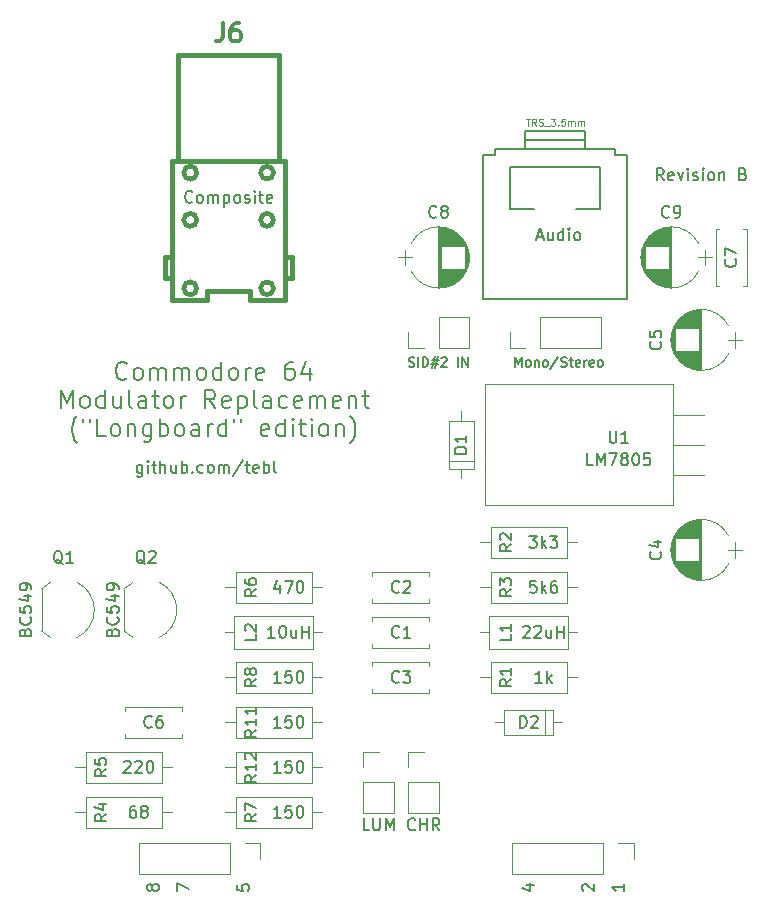
<source format=gto>
G04 #@! TF.FileFunction,Legend,Top*
%FSLAX46Y46*%
G04 Gerber Fmt 4.6, Leading zero omitted, Abs format (unit mm)*
G04 Created by KiCad (PCBNEW 4.0.7) date 08/17/19 22:57:01*
%MOMM*%
%LPD*%
G01*
G04 APERTURE LIST*
%ADD10C,0.100000*%
%ADD11C,0.150000*%
%ADD12C,0.381000*%
%ADD13C,0.120000*%
%ADD14C,0.304800*%
G04 APERTURE END LIST*
D10*
D11*
X152425715Y-79698810D02*
X152540001Y-79736905D01*
X152730477Y-79736905D01*
X152806667Y-79698810D01*
X152844763Y-79660714D01*
X152882858Y-79584524D01*
X152882858Y-79508333D01*
X152844763Y-79432143D01*
X152806667Y-79394048D01*
X152730477Y-79355952D01*
X152578096Y-79317857D01*
X152501905Y-79279762D01*
X152463810Y-79241667D01*
X152425715Y-79165476D01*
X152425715Y-79089286D01*
X152463810Y-79013095D01*
X152501905Y-78975000D01*
X152578096Y-78936905D01*
X152768572Y-78936905D01*
X152882858Y-78975000D01*
X153225715Y-79736905D02*
X153225715Y-78936905D01*
X153606667Y-79736905D02*
X153606667Y-78936905D01*
X153797143Y-78936905D01*
X153911429Y-78975000D01*
X153987620Y-79051190D01*
X154025715Y-79127381D01*
X154063810Y-79279762D01*
X154063810Y-79394048D01*
X154025715Y-79546429D01*
X153987620Y-79622619D01*
X153911429Y-79698810D01*
X153797143Y-79736905D01*
X153606667Y-79736905D01*
X154368572Y-79203571D02*
X154940001Y-79203571D01*
X154597143Y-78860714D02*
X154368572Y-79889286D01*
X154863810Y-79546429D02*
X154292381Y-79546429D01*
X154635239Y-79889286D02*
X154863810Y-78860714D01*
X155168572Y-79013095D02*
X155206667Y-78975000D01*
X155282858Y-78936905D01*
X155473334Y-78936905D01*
X155549524Y-78975000D01*
X155587620Y-79013095D01*
X155625715Y-79089286D01*
X155625715Y-79165476D01*
X155587620Y-79279762D01*
X155130477Y-79736905D01*
X155625715Y-79736905D01*
X156578096Y-79736905D02*
X156578096Y-78936905D01*
X156959048Y-79736905D02*
X156959048Y-78936905D01*
X157416191Y-79736905D01*
X157416191Y-78936905D01*
X173998334Y-63952381D02*
X173665000Y-63476190D01*
X173426905Y-63952381D02*
X173426905Y-62952381D01*
X173807858Y-62952381D01*
X173903096Y-63000000D01*
X173950715Y-63047619D01*
X173998334Y-63142857D01*
X173998334Y-63285714D01*
X173950715Y-63380952D01*
X173903096Y-63428571D01*
X173807858Y-63476190D01*
X173426905Y-63476190D01*
X174807858Y-63904762D02*
X174712620Y-63952381D01*
X174522143Y-63952381D01*
X174426905Y-63904762D01*
X174379286Y-63809524D01*
X174379286Y-63428571D01*
X174426905Y-63333333D01*
X174522143Y-63285714D01*
X174712620Y-63285714D01*
X174807858Y-63333333D01*
X174855477Y-63428571D01*
X174855477Y-63523810D01*
X174379286Y-63619048D01*
X175188810Y-63285714D02*
X175426905Y-63952381D01*
X175665001Y-63285714D01*
X176045953Y-63952381D02*
X176045953Y-63285714D01*
X176045953Y-62952381D02*
X175998334Y-63000000D01*
X176045953Y-63047619D01*
X176093572Y-63000000D01*
X176045953Y-62952381D01*
X176045953Y-63047619D01*
X176474524Y-63904762D02*
X176569762Y-63952381D01*
X176760238Y-63952381D01*
X176855477Y-63904762D01*
X176903096Y-63809524D01*
X176903096Y-63761905D01*
X176855477Y-63666667D01*
X176760238Y-63619048D01*
X176617381Y-63619048D01*
X176522143Y-63571429D01*
X176474524Y-63476190D01*
X176474524Y-63428571D01*
X176522143Y-63333333D01*
X176617381Y-63285714D01*
X176760238Y-63285714D01*
X176855477Y-63333333D01*
X177331667Y-63952381D02*
X177331667Y-63285714D01*
X177331667Y-62952381D02*
X177284048Y-63000000D01*
X177331667Y-63047619D01*
X177379286Y-63000000D01*
X177331667Y-62952381D01*
X177331667Y-63047619D01*
X177950714Y-63952381D02*
X177855476Y-63904762D01*
X177807857Y-63857143D01*
X177760238Y-63761905D01*
X177760238Y-63476190D01*
X177807857Y-63380952D01*
X177855476Y-63333333D01*
X177950714Y-63285714D01*
X178093572Y-63285714D01*
X178188810Y-63333333D01*
X178236429Y-63380952D01*
X178284048Y-63476190D01*
X178284048Y-63761905D01*
X178236429Y-63857143D01*
X178188810Y-63904762D01*
X178093572Y-63952381D01*
X177950714Y-63952381D01*
X178712619Y-63285714D02*
X178712619Y-63952381D01*
X178712619Y-63380952D02*
X178760238Y-63333333D01*
X178855476Y-63285714D01*
X178998334Y-63285714D01*
X179093572Y-63333333D01*
X179141191Y-63428571D01*
X179141191Y-63952381D01*
X180712620Y-63428571D02*
X180855477Y-63476190D01*
X180903096Y-63523810D01*
X180950715Y-63619048D01*
X180950715Y-63761905D01*
X180903096Y-63857143D01*
X180855477Y-63904762D01*
X180760239Y-63952381D01*
X180379286Y-63952381D01*
X180379286Y-62952381D01*
X180712620Y-62952381D01*
X180807858Y-63000000D01*
X180855477Y-63047619D01*
X180903096Y-63142857D01*
X180903096Y-63238095D01*
X180855477Y-63333333D01*
X180807858Y-63380952D01*
X180712620Y-63428571D01*
X180379286Y-63428571D01*
X129850238Y-88050714D02*
X129850238Y-88860238D01*
X129802619Y-88955476D01*
X129755000Y-89003095D01*
X129659761Y-89050714D01*
X129516904Y-89050714D01*
X129421666Y-89003095D01*
X129850238Y-88669762D02*
X129755000Y-88717381D01*
X129564523Y-88717381D01*
X129469285Y-88669762D01*
X129421666Y-88622143D01*
X129374047Y-88526905D01*
X129374047Y-88241190D01*
X129421666Y-88145952D01*
X129469285Y-88098333D01*
X129564523Y-88050714D01*
X129755000Y-88050714D01*
X129850238Y-88098333D01*
X130326428Y-88717381D02*
X130326428Y-88050714D01*
X130326428Y-87717381D02*
X130278809Y-87765000D01*
X130326428Y-87812619D01*
X130374047Y-87765000D01*
X130326428Y-87717381D01*
X130326428Y-87812619D01*
X130659761Y-88050714D02*
X131040713Y-88050714D01*
X130802618Y-87717381D02*
X130802618Y-88574524D01*
X130850237Y-88669762D01*
X130945475Y-88717381D01*
X131040713Y-88717381D01*
X131374047Y-88717381D02*
X131374047Y-87717381D01*
X131802619Y-88717381D02*
X131802619Y-88193571D01*
X131755000Y-88098333D01*
X131659762Y-88050714D01*
X131516904Y-88050714D01*
X131421666Y-88098333D01*
X131374047Y-88145952D01*
X132707381Y-88050714D02*
X132707381Y-88717381D01*
X132278809Y-88050714D02*
X132278809Y-88574524D01*
X132326428Y-88669762D01*
X132421666Y-88717381D01*
X132564524Y-88717381D01*
X132659762Y-88669762D01*
X132707381Y-88622143D01*
X133183571Y-88717381D02*
X133183571Y-87717381D01*
X133183571Y-88098333D02*
X133278809Y-88050714D01*
X133469286Y-88050714D01*
X133564524Y-88098333D01*
X133612143Y-88145952D01*
X133659762Y-88241190D01*
X133659762Y-88526905D01*
X133612143Y-88622143D01*
X133564524Y-88669762D01*
X133469286Y-88717381D01*
X133278809Y-88717381D01*
X133183571Y-88669762D01*
X134088333Y-88622143D02*
X134135952Y-88669762D01*
X134088333Y-88717381D01*
X134040714Y-88669762D01*
X134088333Y-88622143D01*
X134088333Y-88717381D01*
X134993095Y-88669762D02*
X134897857Y-88717381D01*
X134707380Y-88717381D01*
X134612142Y-88669762D01*
X134564523Y-88622143D01*
X134516904Y-88526905D01*
X134516904Y-88241190D01*
X134564523Y-88145952D01*
X134612142Y-88098333D01*
X134707380Y-88050714D01*
X134897857Y-88050714D01*
X134993095Y-88098333D01*
X135564523Y-88717381D02*
X135469285Y-88669762D01*
X135421666Y-88622143D01*
X135374047Y-88526905D01*
X135374047Y-88241190D01*
X135421666Y-88145952D01*
X135469285Y-88098333D01*
X135564523Y-88050714D01*
X135707381Y-88050714D01*
X135802619Y-88098333D01*
X135850238Y-88145952D01*
X135897857Y-88241190D01*
X135897857Y-88526905D01*
X135850238Y-88622143D01*
X135802619Y-88669762D01*
X135707381Y-88717381D01*
X135564523Y-88717381D01*
X136326428Y-88717381D02*
X136326428Y-88050714D01*
X136326428Y-88145952D02*
X136374047Y-88098333D01*
X136469285Y-88050714D01*
X136612143Y-88050714D01*
X136707381Y-88098333D01*
X136755000Y-88193571D01*
X136755000Y-88717381D01*
X136755000Y-88193571D02*
X136802619Y-88098333D01*
X136897857Y-88050714D01*
X137040714Y-88050714D01*
X137135952Y-88098333D01*
X137183571Y-88193571D01*
X137183571Y-88717381D01*
X138374047Y-87669762D02*
X137516904Y-88955476D01*
X138564523Y-88050714D02*
X138945475Y-88050714D01*
X138707380Y-87717381D02*
X138707380Y-88574524D01*
X138754999Y-88669762D01*
X138850237Y-88717381D01*
X138945475Y-88717381D01*
X139659762Y-88669762D02*
X139564524Y-88717381D01*
X139374047Y-88717381D01*
X139278809Y-88669762D01*
X139231190Y-88574524D01*
X139231190Y-88193571D01*
X139278809Y-88098333D01*
X139374047Y-88050714D01*
X139564524Y-88050714D01*
X139659762Y-88098333D01*
X139707381Y-88193571D01*
X139707381Y-88288810D01*
X139231190Y-88384048D01*
X140135952Y-88717381D02*
X140135952Y-87717381D01*
X140135952Y-88098333D02*
X140231190Y-88050714D01*
X140421667Y-88050714D01*
X140516905Y-88098333D01*
X140564524Y-88145952D01*
X140612143Y-88241190D01*
X140612143Y-88526905D01*
X140564524Y-88622143D01*
X140516905Y-88669762D01*
X140421667Y-88717381D01*
X140231190Y-88717381D01*
X140135952Y-88669762D01*
X141183571Y-88717381D02*
X141088333Y-88669762D01*
X141040714Y-88574524D01*
X141040714Y-87717381D01*
X167187619Y-124110714D02*
X167140000Y-124063095D01*
X167092381Y-123967857D01*
X167092381Y-123729761D01*
X167140000Y-123634523D01*
X167187619Y-123586904D01*
X167282857Y-123539285D01*
X167378095Y-123539285D01*
X167520952Y-123586904D01*
X168092381Y-124158333D01*
X168092381Y-123539285D01*
X132802381Y-124158333D02*
X132802381Y-123491666D01*
X133802381Y-123920238D01*
X130690952Y-123920238D02*
X130643333Y-124015476D01*
X130595714Y-124063095D01*
X130500476Y-124110714D01*
X130452857Y-124110714D01*
X130357619Y-124063095D01*
X130310000Y-124015476D01*
X130262381Y-123920238D01*
X130262381Y-123729761D01*
X130310000Y-123634523D01*
X130357619Y-123586904D01*
X130452857Y-123539285D01*
X130500476Y-123539285D01*
X130595714Y-123586904D01*
X130643333Y-123634523D01*
X130690952Y-123729761D01*
X130690952Y-123920238D01*
X130738571Y-124015476D01*
X130786190Y-124063095D01*
X130881429Y-124110714D01*
X131071905Y-124110714D01*
X131167143Y-124063095D01*
X131214762Y-124015476D01*
X131262381Y-123920238D01*
X131262381Y-123729761D01*
X131214762Y-123634523D01*
X131167143Y-123586904D01*
X131071905Y-123539285D01*
X130881429Y-123539285D01*
X130786190Y-123586904D01*
X130738571Y-123634523D01*
X130690952Y-123729761D01*
X137882381Y-123586904D02*
X137882381Y-124063095D01*
X138358571Y-124110714D01*
X138310952Y-124063095D01*
X138263333Y-123967857D01*
X138263333Y-123729761D01*
X138310952Y-123634523D01*
X138358571Y-123586904D01*
X138453810Y-123539285D01*
X138691905Y-123539285D01*
X138787143Y-123586904D01*
X138834762Y-123634523D01*
X138882381Y-123729761D01*
X138882381Y-123967857D01*
X138834762Y-124063095D01*
X138787143Y-124110714D01*
X162345714Y-123634523D02*
X163012381Y-123634523D01*
X161964762Y-123872619D02*
X162679048Y-124110714D01*
X162679048Y-123491666D01*
X170632381Y-123539285D02*
X170632381Y-124110714D01*
X170632381Y-123825000D02*
X169632381Y-123825000D01*
X169775238Y-123920238D01*
X169870476Y-124015476D01*
X169918095Y-124110714D01*
X163266667Y-68746667D02*
X163742858Y-68746667D01*
X163171429Y-69032381D02*
X163504762Y-68032381D01*
X163838096Y-69032381D01*
X164600001Y-68365714D02*
X164600001Y-69032381D01*
X164171429Y-68365714D02*
X164171429Y-68889524D01*
X164219048Y-68984762D01*
X164314286Y-69032381D01*
X164457144Y-69032381D01*
X164552382Y-68984762D01*
X164600001Y-68937143D01*
X165504763Y-69032381D02*
X165504763Y-68032381D01*
X165504763Y-68984762D02*
X165409525Y-69032381D01*
X165219048Y-69032381D01*
X165123810Y-68984762D01*
X165076191Y-68937143D01*
X165028572Y-68841905D01*
X165028572Y-68556190D01*
X165076191Y-68460952D01*
X165123810Y-68413333D01*
X165219048Y-68365714D01*
X165409525Y-68365714D01*
X165504763Y-68413333D01*
X165980953Y-69032381D02*
X165980953Y-68365714D01*
X165980953Y-68032381D02*
X165933334Y-68080000D01*
X165980953Y-68127619D01*
X166028572Y-68080000D01*
X165980953Y-68032381D01*
X165980953Y-68127619D01*
X166600000Y-69032381D02*
X166504762Y-68984762D01*
X166457143Y-68937143D01*
X166409524Y-68841905D01*
X166409524Y-68556190D01*
X166457143Y-68460952D01*
X166504762Y-68413333D01*
X166600000Y-68365714D01*
X166742858Y-68365714D01*
X166838096Y-68413333D01*
X166885715Y-68460952D01*
X166933334Y-68556190D01*
X166933334Y-68841905D01*
X166885715Y-68937143D01*
X166838096Y-68984762D01*
X166742858Y-69032381D01*
X166600000Y-69032381D01*
X134088572Y-65762143D02*
X134040953Y-65809762D01*
X133898096Y-65857381D01*
X133802858Y-65857381D01*
X133660000Y-65809762D01*
X133564762Y-65714524D01*
X133517143Y-65619286D01*
X133469524Y-65428810D01*
X133469524Y-65285952D01*
X133517143Y-65095476D01*
X133564762Y-65000238D01*
X133660000Y-64905000D01*
X133802858Y-64857381D01*
X133898096Y-64857381D01*
X134040953Y-64905000D01*
X134088572Y-64952619D01*
X134660000Y-65857381D02*
X134564762Y-65809762D01*
X134517143Y-65762143D01*
X134469524Y-65666905D01*
X134469524Y-65381190D01*
X134517143Y-65285952D01*
X134564762Y-65238333D01*
X134660000Y-65190714D01*
X134802858Y-65190714D01*
X134898096Y-65238333D01*
X134945715Y-65285952D01*
X134993334Y-65381190D01*
X134993334Y-65666905D01*
X134945715Y-65762143D01*
X134898096Y-65809762D01*
X134802858Y-65857381D01*
X134660000Y-65857381D01*
X135421905Y-65857381D02*
X135421905Y-65190714D01*
X135421905Y-65285952D02*
X135469524Y-65238333D01*
X135564762Y-65190714D01*
X135707620Y-65190714D01*
X135802858Y-65238333D01*
X135850477Y-65333571D01*
X135850477Y-65857381D01*
X135850477Y-65333571D02*
X135898096Y-65238333D01*
X135993334Y-65190714D01*
X136136191Y-65190714D01*
X136231429Y-65238333D01*
X136279048Y-65333571D01*
X136279048Y-65857381D01*
X136755238Y-65190714D02*
X136755238Y-66190714D01*
X136755238Y-65238333D02*
X136850476Y-65190714D01*
X137040953Y-65190714D01*
X137136191Y-65238333D01*
X137183810Y-65285952D01*
X137231429Y-65381190D01*
X137231429Y-65666905D01*
X137183810Y-65762143D01*
X137136191Y-65809762D01*
X137040953Y-65857381D01*
X136850476Y-65857381D01*
X136755238Y-65809762D01*
X137802857Y-65857381D02*
X137707619Y-65809762D01*
X137660000Y-65762143D01*
X137612381Y-65666905D01*
X137612381Y-65381190D01*
X137660000Y-65285952D01*
X137707619Y-65238333D01*
X137802857Y-65190714D01*
X137945715Y-65190714D01*
X138040953Y-65238333D01*
X138088572Y-65285952D01*
X138136191Y-65381190D01*
X138136191Y-65666905D01*
X138088572Y-65762143D01*
X138040953Y-65809762D01*
X137945715Y-65857381D01*
X137802857Y-65857381D01*
X138517143Y-65809762D02*
X138612381Y-65857381D01*
X138802857Y-65857381D01*
X138898096Y-65809762D01*
X138945715Y-65714524D01*
X138945715Y-65666905D01*
X138898096Y-65571667D01*
X138802857Y-65524048D01*
X138660000Y-65524048D01*
X138564762Y-65476429D01*
X138517143Y-65381190D01*
X138517143Y-65333571D01*
X138564762Y-65238333D01*
X138660000Y-65190714D01*
X138802857Y-65190714D01*
X138898096Y-65238333D01*
X139374286Y-65857381D02*
X139374286Y-65190714D01*
X139374286Y-64857381D02*
X139326667Y-64905000D01*
X139374286Y-64952619D01*
X139421905Y-64905000D01*
X139374286Y-64857381D01*
X139374286Y-64952619D01*
X139707619Y-65190714D02*
X140088571Y-65190714D01*
X139850476Y-64857381D02*
X139850476Y-65714524D01*
X139898095Y-65809762D01*
X139993333Y-65857381D01*
X140088571Y-65857381D01*
X140802858Y-65809762D02*
X140707620Y-65857381D01*
X140517143Y-65857381D01*
X140421905Y-65809762D01*
X140374286Y-65714524D01*
X140374286Y-65333571D01*
X140421905Y-65238333D01*
X140517143Y-65190714D01*
X140707620Y-65190714D01*
X140802858Y-65238333D01*
X140850477Y-65333571D01*
X140850477Y-65428810D01*
X140374286Y-65524048D01*
X128532858Y-80685714D02*
X128461429Y-80757143D01*
X128247143Y-80828571D01*
X128104286Y-80828571D01*
X127890001Y-80757143D01*
X127747143Y-80614286D01*
X127675715Y-80471429D01*
X127604286Y-80185714D01*
X127604286Y-79971429D01*
X127675715Y-79685714D01*
X127747143Y-79542857D01*
X127890001Y-79400000D01*
X128104286Y-79328571D01*
X128247143Y-79328571D01*
X128461429Y-79400000D01*
X128532858Y-79471429D01*
X129390001Y-80828571D02*
X129247143Y-80757143D01*
X129175715Y-80685714D01*
X129104286Y-80542857D01*
X129104286Y-80114286D01*
X129175715Y-79971429D01*
X129247143Y-79900000D01*
X129390001Y-79828571D01*
X129604286Y-79828571D01*
X129747143Y-79900000D01*
X129818572Y-79971429D01*
X129890001Y-80114286D01*
X129890001Y-80542857D01*
X129818572Y-80685714D01*
X129747143Y-80757143D01*
X129604286Y-80828571D01*
X129390001Y-80828571D01*
X130532858Y-80828571D02*
X130532858Y-79828571D01*
X130532858Y-79971429D02*
X130604286Y-79900000D01*
X130747144Y-79828571D01*
X130961429Y-79828571D01*
X131104286Y-79900000D01*
X131175715Y-80042857D01*
X131175715Y-80828571D01*
X131175715Y-80042857D02*
X131247144Y-79900000D01*
X131390001Y-79828571D01*
X131604286Y-79828571D01*
X131747144Y-79900000D01*
X131818572Y-80042857D01*
X131818572Y-80828571D01*
X132532858Y-80828571D02*
X132532858Y-79828571D01*
X132532858Y-79971429D02*
X132604286Y-79900000D01*
X132747144Y-79828571D01*
X132961429Y-79828571D01*
X133104286Y-79900000D01*
X133175715Y-80042857D01*
X133175715Y-80828571D01*
X133175715Y-80042857D02*
X133247144Y-79900000D01*
X133390001Y-79828571D01*
X133604286Y-79828571D01*
X133747144Y-79900000D01*
X133818572Y-80042857D01*
X133818572Y-80828571D01*
X134747144Y-80828571D02*
X134604286Y-80757143D01*
X134532858Y-80685714D01*
X134461429Y-80542857D01*
X134461429Y-80114286D01*
X134532858Y-79971429D01*
X134604286Y-79900000D01*
X134747144Y-79828571D01*
X134961429Y-79828571D01*
X135104286Y-79900000D01*
X135175715Y-79971429D01*
X135247144Y-80114286D01*
X135247144Y-80542857D01*
X135175715Y-80685714D01*
X135104286Y-80757143D01*
X134961429Y-80828571D01*
X134747144Y-80828571D01*
X136532858Y-80828571D02*
X136532858Y-79328571D01*
X136532858Y-80757143D02*
X136390001Y-80828571D01*
X136104287Y-80828571D01*
X135961429Y-80757143D01*
X135890001Y-80685714D01*
X135818572Y-80542857D01*
X135818572Y-80114286D01*
X135890001Y-79971429D01*
X135961429Y-79900000D01*
X136104287Y-79828571D01*
X136390001Y-79828571D01*
X136532858Y-79900000D01*
X137461430Y-80828571D02*
X137318572Y-80757143D01*
X137247144Y-80685714D01*
X137175715Y-80542857D01*
X137175715Y-80114286D01*
X137247144Y-79971429D01*
X137318572Y-79900000D01*
X137461430Y-79828571D01*
X137675715Y-79828571D01*
X137818572Y-79900000D01*
X137890001Y-79971429D01*
X137961430Y-80114286D01*
X137961430Y-80542857D01*
X137890001Y-80685714D01*
X137818572Y-80757143D01*
X137675715Y-80828571D01*
X137461430Y-80828571D01*
X138604287Y-80828571D02*
X138604287Y-79828571D01*
X138604287Y-80114286D02*
X138675715Y-79971429D01*
X138747144Y-79900000D01*
X138890001Y-79828571D01*
X139032858Y-79828571D01*
X140104286Y-80757143D02*
X139961429Y-80828571D01*
X139675715Y-80828571D01*
X139532858Y-80757143D01*
X139461429Y-80614286D01*
X139461429Y-80042857D01*
X139532858Y-79900000D01*
X139675715Y-79828571D01*
X139961429Y-79828571D01*
X140104286Y-79900000D01*
X140175715Y-80042857D01*
X140175715Y-80185714D01*
X139461429Y-80328571D01*
X142604286Y-79328571D02*
X142318572Y-79328571D01*
X142175715Y-79400000D01*
X142104286Y-79471429D01*
X141961429Y-79685714D01*
X141890000Y-79971429D01*
X141890000Y-80542857D01*
X141961429Y-80685714D01*
X142032857Y-80757143D01*
X142175715Y-80828571D01*
X142461429Y-80828571D01*
X142604286Y-80757143D01*
X142675715Y-80685714D01*
X142747143Y-80542857D01*
X142747143Y-80185714D01*
X142675715Y-80042857D01*
X142604286Y-79971429D01*
X142461429Y-79900000D01*
X142175715Y-79900000D01*
X142032857Y-79971429D01*
X141961429Y-80042857D01*
X141890000Y-80185714D01*
X144032857Y-79828571D02*
X144032857Y-80828571D01*
X143675714Y-79257143D02*
X143318571Y-80328571D01*
X144247143Y-80328571D01*
X122961429Y-83228571D02*
X122961429Y-81728571D01*
X123461429Y-82800000D01*
X123961429Y-81728571D01*
X123961429Y-83228571D01*
X124890001Y-83228571D02*
X124747143Y-83157143D01*
X124675715Y-83085714D01*
X124604286Y-82942857D01*
X124604286Y-82514286D01*
X124675715Y-82371429D01*
X124747143Y-82300000D01*
X124890001Y-82228571D01*
X125104286Y-82228571D01*
X125247143Y-82300000D01*
X125318572Y-82371429D01*
X125390001Y-82514286D01*
X125390001Y-82942857D01*
X125318572Y-83085714D01*
X125247143Y-83157143D01*
X125104286Y-83228571D01*
X124890001Y-83228571D01*
X126675715Y-83228571D02*
X126675715Y-81728571D01*
X126675715Y-83157143D02*
X126532858Y-83228571D01*
X126247144Y-83228571D01*
X126104286Y-83157143D01*
X126032858Y-83085714D01*
X125961429Y-82942857D01*
X125961429Y-82514286D01*
X126032858Y-82371429D01*
X126104286Y-82300000D01*
X126247144Y-82228571D01*
X126532858Y-82228571D01*
X126675715Y-82300000D01*
X128032858Y-82228571D02*
X128032858Y-83228571D01*
X127390001Y-82228571D02*
X127390001Y-83014286D01*
X127461429Y-83157143D01*
X127604287Y-83228571D01*
X127818572Y-83228571D01*
X127961429Y-83157143D01*
X128032858Y-83085714D01*
X128961430Y-83228571D02*
X128818572Y-83157143D01*
X128747144Y-83014286D01*
X128747144Y-81728571D01*
X130175715Y-83228571D02*
X130175715Y-82442857D01*
X130104286Y-82300000D01*
X129961429Y-82228571D01*
X129675715Y-82228571D01*
X129532858Y-82300000D01*
X130175715Y-83157143D02*
X130032858Y-83228571D01*
X129675715Y-83228571D01*
X129532858Y-83157143D01*
X129461429Y-83014286D01*
X129461429Y-82871429D01*
X129532858Y-82728571D01*
X129675715Y-82657143D01*
X130032858Y-82657143D01*
X130175715Y-82585714D01*
X130675715Y-82228571D02*
X131247144Y-82228571D01*
X130890001Y-81728571D02*
X130890001Y-83014286D01*
X130961429Y-83157143D01*
X131104287Y-83228571D01*
X131247144Y-83228571D01*
X131961430Y-83228571D02*
X131818572Y-83157143D01*
X131747144Y-83085714D01*
X131675715Y-82942857D01*
X131675715Y-82514286D01*
X131747144Y-82371429D01*
X131818572Y-82300000D01*
X131961430Y-82228571D01*
X132175715Y-82228571D01*
X132318572Y-82300000D01*
X132390001Y-82371429D01*
X132461430Y-82514286D01*
X132461430Y-82942857D01*
X132390001Y-83085714D01*
X132318572Y-83157143D01*
X132175715Y-83228571D01*
X131961430Y-83228571D01*
X133104287Y-83228571D02*
X133104287Y-82228571D01*
X133104287Y-82514286D02*
X133175715Y-82371429D01*
X133247144Y-82300000D01*
X133390001Y-82228571D01*
X133532858Y-82228571D01*
X136032858Y-83228571D02*
X135532858Y-82514286D01*
X135175715Y-83228571D02*
X135175715Y-81728571D01*
X135747143Y-81728571D01*
X135890001Y-81800000D01*
X135961429Y-81871429D01*
X136032858Y-82014286D01*
X136032858Y-82228571D01*
X135961429Y-82371429D01*
X135890001Y-82442857D01*
X135747143Y-82514286D01*
X135175715Y-82514286D01*
X137247143Y-83157143D02*
X137104286Y-83228571D01*
X136818572Y-83228571D01*
X136675715Y-83157143D01*
X136604286Y-83014286D01*
X136604286Y-82442857D01*
X136675715Y-82300000D01*
X136818572Y-82228571D01*
X137104286Y-82228571D01*
X137247143Y-82300000D01*
X137318572Y-82442857D01*
X137318572Y-82585714D01*
X136604286Y-82728571D01*
X137961429Y-82228571D02*
X137961429Y-83728571D01*
X137961429Y-82300000D02*
X138104286Y-82228571D01*
X138390000Y-82228571D01*
X138532857Y-82300000D01*
X138604286Y-82371429D01*
X138675715Y-82514286D01*
X138675715Y-82942857D01*
X138604286Y-83085714D01*
X138532857Y-83157143D01*
X138390000Y-83228571D01*
X138104286Y-83228571D01*
X137961429Y-83157143D01*
X139532858Y-83228571D02*
X139390000Y-83157143D01*
X139318572Y-83014286D01*
X139318572Y-81728571D01*
X140747143Y-83228571D02*
X140747143Y-82442857D01*
X140675714Y-82300000D01*
X140532857Y-82228571D01*
X140247143Y-82228571D01*
X140104286Y-82300000D01*
X140747143Y-83157143D02*
X140604286Y-83228571D01*
X140247143Y-83228571D01*
X140104286Y-83157143D01*
X140032857Y-83014286D01*
X140032857Y-82871429D01*
X140104286Y-82728571D01*
X140247143Y-82657143D01*
X140604286Y-82657143D01*
X140747143Y-82585714D01*
X142104286Y-83157143D02*
X141961429Y-83228571D01*
X141675715Y-83228571D01*
X141532857Y-83157143D01*
X141461429Y-83085714D01*
X141390000Y-82942857D01*
X141390000Y-82514286D01*
X141461429Y-82371429D01*
X141532857Y-82300000D01*
X141675715Y-82228571D01*
X141961429Y-82228571D01*
X142104286Y-82300000D01*
X143318571Y-83157143D02*
X143175714Y-83228571D01*
X142890000Y-83228571D01*
X142747143Y-83157143D01*
X142675714Y-83014286D01*
X142675714Y-82442857D01*
X142747143Y-82300000D01*
X142890000Y-82228571D01*
X143175714Y-82228571D01*
X143318571Y-82300000D01*
X143390000Y-82442857D01*
X143390000Y-82585714D01*
X142675714Y-82728571D01*
X144032857Y-83228571D02*
X144032857Y-82228571D01*
X144032857Y-82371429D02*
X144104285Y-82300000D01*
X144247143Y-82228571D01*
X144461428Y-82228571D01*
X144604285Y-82300000D01*
X144675714Y-82442857D01*
X144675714Y-83228571D01*
X144675714Y-82442857D02*
X144747143Y-82300000D01*
X144890000Y-82228571D01*
X145104285Y-82228571D01*
X145247143Y-82300000D01*
X145318571Y-82442857D01*
X145318571Y-83228571D01*
X146604285Y-83157143D02*
X146461428Y-83228571D01*
X146175714Y-83228571D01*
X146032857Y-83157143D01*
X145961428Y-83014286D01*
X145961428Y-82442857D01*
X146032857Y-82300000D01*
X146175714Y-82228571D01*
X146461428Y-82228571D01*
X146604285Y-82300000D01*
X146675714Y-82442857D01*
X146675714Y-82585714D01*
X145961428Y-82728571D01*
X147318571Y-82228571D02*
X147318571Y-83228571D01*
X147318571Y-82371429D02*
X147389999Y-82300000D01*
X147532857Y-82228571D01*
X147747142Y-82228571D01*
X147889999Y-82300000D01*
X147961428Y-82442857D01*
X147961428Y-83228571D01*
X148461428Y-82228571D02*
X149032857Y-82228571D01*
X148675714Y-81728571D02*
X148675714Y-83014286D01*
X148747142Y-83157143D01*
X148890000Y-83228571D01*
X149032857Y-83228571D01*
X124318571Y-86200000D02*
X124247143Y-86128571D01*
X124104286Y-85914286D01*
X124032857Y-85771429D01*
X123961428Y-85557143D01*
X123890000Y-85200000D01*
X123890000Y-84914286D01*
X123961428Y-84557143D01*
X124032857Y-84342857D01*
X124104286Y-84200000D01*
X124247143Y-83985714D01*
X124318571Y-83914286D01*
X124818571Y-84128571D02*
X124818571Y-84414286D01*
X125390000Y-84128571D02*
X125390000Y-84414286D01*
X126747143Y-85628571D02*
X126032857Y-85628571D01*
X126032857Y-84128571D01*
X127461429Y-85628571D02*
X127318571Y-85557143D01*
X127247143Y-85485714D01*
X127175714Y-85342857D01*
X127175714Y-84914286D01*
X127247143Y-84771429D01*
X127318571Y-84700000D01*
X127461429Y-84628571D01*
X127675714Y-84628571D01*
X127818571Y-84700000D01*
X127890000Y-84771429D01*
X127961429Y-84914286D01*
X127961429Y-85342857D01*
X127890000Y-85485714D01*
X127818571Y-85557143D01*
X127675714Y-85628571D01*
X127461429Y-85628571D01*
X128604286Y-84628571D02*
X128604286Y-85628571D01*
X128604286Y-84771429D02*
X128675714Y-84700000D01*
X128818572Y-84628571D01*
X129032857Y-84628571D01*
X129175714Y-84700000D01*
X129247143Y-84842857D01*
X129247143Y-85628571D01*
X130604286Y-84628571D02*
X130604286Y-85842857D01*
X130532857Y-85985714D01*
X130461429Y-86057143D01*
X130318572Y-86128571D01*
X130104286Y-86128571D01*
X129961429Y-86057143D01*
X130604286Y-85557143D02*
X130461429Y-85628571D01*
X130175715Y-85628571D01*
X130032857Y-85557143D01*
X129961429Y-85485714D01*
X129890000Y-85342857D01*
X129890000Y-84914286D01*
X129961429Y-84771429D01*
X130032857Y-84700000D01*
X130175715Y-84628571D01*
X130461429Y-84628571D01*
X130604286Y-84700000D01*
X131318572Y-85628571D02*
X131318572Y-84128571D01*
X131318572Y-84700000D02*
X131461429Y-84628571D01*
X131747143Y-84628571D01*
X131890000Y-84700000D01*
X131961429Y-84771429D01*
X132032858Y-84914286D01*
X132032858Y-85342857D01*
X131961429Y-85485714D01*
X131890000Y-85557143D01*
X131747143Y-85628571D01*
X131461429Y-85628571D01*
X131318572Y-85557143D01*
X132890001Y-85628571D02*
X132747143Y-85557143D01*
X132675715Y-85485714D01*
X132604286Y-85342857D01*
X132604286Y-84914286D01*
X132675715Y-84771429D01*
X132747143Y-84700000D01*
X132890001Y-84628571D01*
X133104286Y-84628571D01*
X133247143Y-84700000D01*
X133318572Y-84771429D01*
X133390001Y-84914286D01*
X133390001Y-85342857D01*
X133318572Y-85485714D01*
X133247143Y-85557143D01*
X133104286Y-85628571D01*
X132890001Y-85628571D01*
X134675715Y-85628571D02*
X134675715Y-84842857D01*
X134604286Y-84700000D01*
X134461429Y-84628571D01*
X134175715Y-84628571D01*
X134032858Y-84700000D01*
X134675715Y-85557143D02*
X134532858Y-85628571D01*
X134175715Y-85628571D01*
X134032858Y-85557143D01*
X133961429Y-85414286D01*
X133961429Y-85271429D01*
X134032858Y-85128571D01*
X134175715Y-85057143D01*
X134532858Y-85057143D01*
X134675715Y-84985714D01*
X135390001Y-85628571D02*
X135390001Y-84628571D01*
X135390001Y-84914286D02*
X135461429Y-84771429D01*
X135532858Y-84700000D01*
X135675715Y-84628571D01*
X135818572Y-84628571D01*
X136961429Y-85628571D02*
X136961429Y-84128571D01*
X136961429Y-85557143D02*
X136818572Y-85628571D01*
X136532858Y-85628571D01*
X136390000Y-85557143D01*
X136318572Y-85485714D01*
X136247143Y-85342857D01*
X136247143Y-84914286D01*
X136318572Y-84771429D01*
X136390000Y-84700000D01*
X136532858Y-84628571D01*
X136818572Y-84628571D01*
X136961429Y-84700000D01*
X137604286Y-84128571D02*
X137604286Y-84414286D01*
X138175715Y-84128571D02*
X138175715Y-84414286D01*
X140532857Y-85557143D02*
X140390000Y-85628571D01*
X140104286Y-85628571D01*
X139961429Y-85557143D01*
X139890000Y-85414286D01*
X139890000Y-84842857D01*
X139961429Y-84700000D01*
X140104286Y-84628571D01*
X140390000Y-84628571D01*
X140532857Y-84700000D01*
X140604286Y-84842857D01*
X140604286Y-84985714D01*
X139890000Y-85128571D01*
X141890000Y-85628571D02*
X141890000Y-84128571D01*
X141890000Y-85557143D02*
X141747143Y-85628571D01*
X141461429Y-85628571D01*
X141318571Y-85557143D01*
X141247143Y-85485714D01*
X141175714Y-85342857D01*
X141175714Y-84914286D01*
X141247143Y-84771429D01*
X141318571Y-84700000D01*
X141461429Y-84628571D01*
X141747143Y-84628571D01*
X141890000Y-84700000D01*
X142604286Y-85628571D02*
X142604286Y-84628571D01*
X142604286Y-84128571D02*
X142532857Y-84200000D01*
X142604286Y-84271429D01*
X142675714Y-84200000D01*
X142604286Y-84128571D01*
X142604286Y-84271429D01*
X143104286Y-84628571D02*
X143675715Y-84628571D01*
X143318572Y-84128571D02*
X143318572Y-85414286D01*
X143390000Y-85557143D01*
X143532858Y-85628571D01*
X143675715Y-85628571D01*
X144175715Y-85628571D02*
X144175715Y-84628571D01*
X144175715Y-84128571D02*
X144104286Y-84200000D01*
X144175715Y-84271429D01*
X144247143Y-84200000D01*
X144175715Y-84128571D01*
X144175715Y-84271429D01*
X145104287Y-85628571D02*
X144961429Y-85557143D01*
X144890001Y-85485714D01*
X144818572Y-85342857D01*
X144818572Y-84914286D01*
X144890001Y-84771429D01*
X144961429Y-84700000D01*
X145104287Y-84628571D01*
X145318572Y-84628571D01*
X145461429Y-84700000D01*
X145532858Y-84771429D01*
X145604287Y-84914286D01*
X145604287Y-85342857D01*
X145532858Y-85485714D01*
X145461429Y-85557143D01*
X145318572Y-85628571D01*
X145104287Y-85628571D01*
X146247144Y-84628571D02*
X146247144Y-85628571D01*
X146247144Y-84771429D02*
X146318572Y-84700000D01*
X146461430Y-84628571D01*
X146675715Y-84628571D01*
X146818572Y-84700000D01*
X146890001Y-84842857D01*
X146890001Y-85628571D01*
X147461430Y-86200000D02*
X147532858Y-86128571D01*
X147675715Y-85914286D01*
X147747144Y-85771429D01*
X147818573Y-85557143D01*
X147890001Y-85200000D01*
X147890001Y-84914286D01*
X147818573Y-84557143D01*
X147747144Y-84342857D01*
X147675715Y-84200000D01*
X147532858Y-83985714D01*
X147461430Y-83914286D01*
X161423809Y-79736905D02*
X161423809Y-78936905D01*
X161690476Y-79508333D01*
X161957143Y-78936905D01*
X161957143Y-79736905D01*
X162452381Y-79736905D02*
X162376190Y-79698810D01*
X162338095Y-79660714D01*
X162300000Y-79584524D01*
X162300000Y-79355952D01*
X162338095Y-79279762D01*
X162376190Y-79241667D01*
X162452381Y-79203571D01*
X162566667Y-79203571D01*
X162642857Y-79241667D01*
X162680952Y-79279762D01*
X162719048Y-79355952D01*
X162719048Y-79584524D01*
X162680952Y-79660714D01*
X162642857Y-79698810D01*
X162566667Y-79736905D01*
X162452381Y-79736905D01*
X163061905Y-79203571D02*
X163061905Y-79736905D01*
X163061905Y-79279762D02*
X163100000Y-79241667D01*
X163176191Y-79203571D01*
X163290477Y-79203571D01*
X163366667Y-79241667D01*
X163404762Y-79317857D01*
X163404762Y-79736905D01*
X163900001Y-79736905D02*
X163823810Y-79698810D01*
X163785715Y-79660714D01*
X163747620Y-79584524D01*
X163747620Y-79355952D01*
X163785715Y-79279762D01*
X163823810Y-79241667D01*
X163900001Y-79203571D01*
X164014287Y-79203571D01*
X164090477Y-79241667D01*
X164128572Y-79279762D01*
X164166668Y-79355952D01*
X164166668Y-79584524D01*
X164128572Y-79660714D01*
X164090477Y-79698810D01*
X164014287Y-79736905D01*
X163900001Y-79736905D01*
X165080954Y-78898810D02*
X164395239Y-79927381D01*
X165309525Y-79698810D02*
X165423811Y-79736905D01*
X165614287Y-79736905D01*
X165690477Y-79698810D01*
X165728573Y-79660714D01*
X165766668Y-79584524D01*
X165766668Y-79508333D01*
X165728573Y-79432143D01*
X165690477Y-79394048D01*
X165614287Y-79355952D01*
X165461906Y-79317857D01*
X165385715Y-79279762D01*
X165347620Y-79241667D01*
X165309525Y-79165476D01*
X165309525Y-79089286D01*
X165347620Y-79013095D01*
X165385715Y-78975000D01*
X165461906Y-78936905D01*
X165652382Y-78936905D01*
X165766668Y-78975000D01*
X165995239Y-79203571D02*
X166300001Y-79203571D01*
X166109525Y-78936905D02*
X166109525Y-79622619D01*
X166147620Y-79698810D01*
X166223811Y-79736905D01*
X166300001Y-79736905D01*
X166871430Y-79698810D02*
X166795240Y-79736905D01*
X166642859Y-79736905D01*
X166566668Y-79698810D01*
X166528573Y-79622619D01*
X166528573Y-79317857D01*
X166566668Y-79241667D01*
X166642859Y-79203571D01*
X166795240Y-79203571D01*
X166871430Y-79241667D01*
X166909525Y-79317857D01*
X166909525Y-79394048D01*
X166528573Y-79470238D01*
X167252382Y-79736905D02*
X167252382Y-79203571D01*
X167252382Y-79355952D02*
X167290477Y-79279762D01*
X167328573Y-79241667D01*
X167404763Y-79203571D01*
X167480954Y-79203571D01*
X168052382Y-79698810D02*
X167976192Y-79736905D01*
X167823811Y-79736905D01*
X167747620Y-79698810D01*
X167709525Y-79622619D01*
X167709525Y-79317857D01*
X167747620Y-79241667D01*
X167823811Y-79203571D01*
X167976192Y-79203571D01*
X168052382Y-79241667D01*
X168090477Y-79317857D01*
X168090477Y-79394048D01*
X167709525Y-79470238D01*
X168547620Y-79736905D02*
X168471429Y-79698810D01*
X168433334Y-79660714D01*
X168395239Y-79584524D01*
X168395239Y-79355952D01*
X168433334Y-79279762D01*
X168471429Y-79241667D01*
X168547620Y-79203571D01*
X168661906Y-79203571D01*
X168738096Y-79241667D01*
X168776191Y-79279762D01*
X168814287Y-79355952D01*
X168814287Y-79584524D01*
X168776191Y-79660714D01*
X168738096Y-79698810D01*
X168661906Y-79736905D01*
X168547620Y-79736905D01*
X163052000Y-66421000D02*
X161020000Y-66421000D01*
X161020000Y-66421000D02*
X161020000Y-62865000D01*
X161020000Y-62865000D02*
X168640000Y-62865000D01*
X168640000Y-62865000D02*
X168640000Y-66421000D01*
X168640000Y-66421000D02*
X166608000Y-66421000D01*
X159750000Y-61849000D02*
X158734000Y-61849000D01*
X170926000Y-61849000D02*
X169910000Y-61849000D01*
X162290000Y-59817000D02*
X162290000Y-61341000D01*
X167370000Y-61341000D02*
X167370000Y-59817000D01*
X162290000Y-60579000D02*
X167370000Y-60579000D01*
X159750000Y-61849000D02*
X159750000Y-61595000D01*
X159750000Y-61595000D02*
X159750000Y-61341000D01*
X159750000Y-61341000D02*
X169910000Y-61341000D01*
X169910000Y-61341000D02*
X169910000Y-61849000D01*
X162290000Y-59817000D02*
X167370000Y-59817000D01*
X158734000Y-74041000D02*
X158734000Y-61849000D01*
X170926000Y-61849000D02*
X170926000Y-74041000D01*
X170926000Y-74041000D02*
X158734000Y-74041000D01*
D12*
X140959840Y-73108820D02*
G75*
G03X140959840Y-73108820I-548640J0D01*
G01*
X134462316Y-73108820D02*
G75*
G03X134462316Y-73108820I-553516J0D01*
G01*
X134462089Y-63309500D02*
G75*
G03X134462089Y-63309500I-553289J0D01*
G01*
X140962187Y-63309500D02*
G75*
G03X140962187Y-63309500I-550987J0D01*
G01*
X140959840Y-67310000D02*
G75*
G03X140959840Y-67310000I-548640J0D01*
G01*
X134462316Y-67310000D02*
G75*
G03X134462316Y-67310000I-553516J0D01*
G01*
X141460220Y-62308740D02*
X141460220Y-53309520D01*
X141460220Y-53309520D02*
X132859780Y-53309520D01*
X132859780Y-53309520D02*
X132859780Y-62308740D01*
X132359400Y-72209660D02*
X131759960Y-72209660D01*
X131759960Y-72209660D02*
X131759960Y-70408800D01*
X131759960Y-70408800D02*
X132359400Y-70408800D01*
X142560040Y-72209660D02*
X141960600Y-72209660D01*
X141960600Y-70408800D02*
X142560040Y-70408800D01*
X142560040Y-70408800D02*
X142560040Y-72209660D01*
X141960600Y-74109580D02*
X138960860Y-74109580D01*
X138960860Y-74109580D02*
X138960860Y-73309480D01*
X138960860Y-73309480D02*
X135359140Y-73309480D01*
X135359140Y-73309480D02*
X135359140Y-74109580D01*
X135359140Y-74109580D02*
X132359400Y-74109580D01*
X132359400Y-62308740D02*
X141960600Y-62308740D01*
X141960600Y-62311280D02*
X141960600Y-74112120D01*
X132359400Y-74109580D02*
X132359400Y-62308740D01*
D13*
X149315000Y-100925000D02*
X154135000Y-100925000D01*
X149315000Y-103545000D02*
X154135000Y-103545000D01*
X149315000Y-100925000D02*
X149315000Y-101239000D01*
X149315000Y-103231000D02*
X149315000Y-103545000D01*
X154135000Y-100925000D02*
X154135000Y-101239000D01*
X154135000Y-103231000D02*
X154135000Y-103545000D01*
X149315000Y-97115000D02*
X154135000Y-97115000D01*
X149315000Y-99735000D02*
X154135000Y-99735000D01*
X149315000Y-97115000D02*
X149315000Y-97429000D01*
X149315000Y-99421000D02*
X149315000Y-99735000D01*
X154135000Y-97115000D02*
X154135000Y-97429000D01*
X154135000Y-99421000D02*
X154135000Y-99735000D01*
X149315000Y-104735000D02*
X154135000Y-104735000D01*
X149315000Y-107355000D02*
X154135000Y-107355000D01*
X149315000Y-104735000D02*
X149315000Y-105049000D01*
X149315000Y-107041000D02*
X149315000Y-107355000D01*
X154135000Y-104735000D02*
X154135000Y-105049000D01*
X154135000Y-107041000D02*
X154135000Y-107355000D01*
X128360000Y-108545000D02*
X133180000Y-108545000D01*
X128360000Y-111165000D02*
X133180000Y-111165000D01*
X128360000Y-108545000D02*
X128360000Y-108859000D01*
X128360000Y-110851000D02*
X128360000Y-111165000D01*
X133180000Y-108545000D02*
X133180000Y-108859000D01*
X133180000Y-110851000D02*
X133180000Y-111165000D01*
X164620000Y-110915000D02*
X164620000Y-108795000D01*
X164620000Y-108795000D02*
X160500000Y-108795000D01*
X160500000Y-108795000D02*
X160500000Y-110915000D01*
X160500000Y-110915000D02*
X164620000Y-110915000D01*
X165390000Y-109855000D02*
X164620000Y-109855000D01*
X159730000Y-109855000D02*
X160500000Y-109855000D01*
X163960000Y-110915000D02*
X163960000Y-108795000D01*
X129565000Y-120070000D02*
X129565000Y-122730000D01*
X137245000Y-120070000D02*
X129565000Y-120070000D01*
X137245000Y-122730000D02*
X129565000Y-122730000D01*
X137245000Y-120070000D02*
X137245000Y-122730000D01*
X138515000Y-120070000D02*
X139845000Y-120070000D01*
X139845000Y-120070000D02*
X139845000Y-121400000D01*
X161165000Y-120070000D02*
X161165000Y-122730000D01*
X168845000Y-120070000D02*
X161165000Y-120070000D01*
X168845000Y-122730000D02*
X161165000Y-122730000D01*
X168845000Y-120070000D02*
X168845000Y-122730000D01*
X170115000Y-120070000D02*
X171445000Y-120070000D01*
X171445000Y-120070000D02*
X171445000Y-121400000D01*
X168700000Y-78165000D02*
X168700000Y-75505000D01*
X163560000Y-78165000D02*
X168700000Y-78165000D01*
X163560000Y-75505000D02*
X168700000Y-75505000D01*
X163560000Y-78165000D02*
X163560000Y-75505000D01*
X162290000Y-78165000D02*
X160960000Y-78165000D01*
X160960000Y-78165000D02*
X160960000Y-76835000D01*
X165920000Y-103645000D02*
X165920000Y-100825000D01*
X165920000Y-100825000D02*
X159200000Y-100825000D01*
X159200000Y-100825000D02*
X159200000Y-103645000D01*
X159200000Y-103645000D02*
X165920000Y-103645000D01*
X166660000Y-102235000D02*
X165920000Y-102235000D01*
X158460000Y-102235000D02*
X159200000Y-102235000D01*
X144330000Y-103645000D02*
X144330000Y-100825000D01*
X144330000Y-100825000D02*
X137610000Y-100825000D01*
X137610000Y-100825000D02*
X137610000Y-103645000D01*
X137610000Y-103645000D02*
X144330000Y-103645000D01*
X145070000Y-102235000D02*
X144330000Y-102235000D01*
X136870000Y-102235000D02*
X137610000Y-102235000D01*
X165770000Y-107355000D02*
X165770000Y-104735000D01*
X165770000Y-104735000D02*
X159350000Y-104735000D01*
X159350000Y-104735000D02*
X159350000Y-107355000D01*
X159350000Y-107355000D02*
X165770000Y-107355000D01*
X166660000Y-106045000D02*
X165770000Y-106045000D01*
X158460000Y-106045000D02*
X159350000Y-106045000D01*
X159350000Y-93305000D02*
X159350000Y-95925000D01*
X159350000Y-95925000D02*
X165770000Y-95925000D01*
X165770000Y-95925000D02*
X165770000Y-93305000D01*
X165770000Y-93305000D02*
X159350000Y-93305000D01*
X158460000Y-94615000D02*
X159350000Y-94615000D01*
X166660000Y-94615000D02*
X165770000Y-94615000D01*
X159350000Y-97115000D02*
X159350000Y-99735000D01*
X159350000Y-99735000D02*
X165770000Y-99735000D01*
X165770000Y-99735000D02*
X165770000Y-97115000D01*
X165770000Y-97115000D02*
X159350000Y-97115000D01*
X158460000Y-98425000D02*
X159350000Y-98425000D01*
X166660000Y-98425000D02*
X165770000Y-98425000D01*
X131480000Y-118785000D02*
X131480000Y-116165000D01*
X131480000Y-116165000D02*
X125060000Y-116165000D01*
X125060000Y-116165000D02*
X125060000Y-118785000D01*
X125060000Y-118785000D02*
X131480000Y-118785000D01*
X132370000Y-117475000D02*
X131480000Y-117475000D01*
X124170000Y-117475000D02*
X125060000Y-117475000D01*
X131480000Y-114975000D02*
X131480000Y-112355000D01*
X131480000Y-112355000D02*
X125060000Y-112355000D01*
X125060000Y-112355000D02*
X125060000Y-114975000D01*
X125060000Y-114975000D02*
X131480000Y-114975000D01*
X132370000Y-113665000D02*
X131480000Y-113665000D01*
X124170000Y-113665000D02*
X125060000Y-113665000D01*
X137760000Y-97115000D02*
X137760000Y-99735000D01*
X137760000Y-99735000D02*
X144180000Y-99735000D01*
X144180000Y-99735000D02*
X144180000Y-97115000D01*
X144180000Y-97115000D02*
X137760000Y-97115000D01*
X136870000Y-98425000D02*
X137760000Y-98425000D01*
X145070000Y-98425000D02*
X144180000Y-98425000D01*
X137760000Y-116165000D02*
X137760000Y-118785000D01*
X137760000Y-118785000D02*
X144180000Y-118785000D01*
X144180000Y-118785000D02*
X144180000Y-116165000D01*
X144180000Y-116165000D02*
X137760000Y-116165000D01*
X136870000Y-117475000D02*
X137760000Y-117475000D01*
X145070000Y-117475000D02*
X144180000Y-117475000D01*
X137760000Y-104735000D02*
X137760000Y-107355000D01*
X137760000Y-107355000D02*
X144180000Y-107355000D01*
X144180000Y-107355000D02*
X144180000Y-104735000D01*
X144180000Y-104735000D02*
X137760000Y-104735000D01*
X136870000Y-106045000D02*
X137760000Y-106045000D01*
X145070000Y-106045000D02*
X144180000Y-106045000D01*
X137760000Y-108545000D02*
X137760000Y-111165000D01*
X137760000Y-111165000D02*
X144180000Y-111165000D01*
X144180000Y-111165000D02*
X144180000Y-108545000D01*
X144180000Y-108545000D02*
X137760000Y-108545000D01*
X136870000Y-109855000D02*
X137760000Y-109855000D01*
X145070000Y-109855000D02*
X144180000Y-109855000D01*
X137760000Y-112355000D02*
X137760000Y-114975000D01*
X137760000Y-114975000D02*
X144180000Y-114975000D01*
X144180000Y-114975000D02*
X144180000Y-112355000D01*
X144180000Y-112355000D02*
X137760000Y-112355000D01*
X136870000Y-113665000D02*
X137760000Y-113665000D01*
X145070000Y-113665000D02*
X144180000Y-113665000D01*
X121340000Y-98530000D02*
X121340000Y-102130000D01*
X122067205Y-98005816D02*
G75*
G03X121340000Y-98530000I1122795J-2324184D01*
G01*
X124288807Y-97973600D02*
G75*
G02X125790000Y-100330000I-1098807J-2356400D01*
G01*
X124288807Y-102686400D02*
G75*
G03X125790000Y-100330000I-1098807J2356400D01*
G01*
X122067205Y-102654184D02*
G75*
G02X121340000Y-102130000I1122795J2324184D01*
G01*
X128325000Y-98530000D02*
X128325000Y-102130000D01*
X129052205Y-98005816D02*
G75*
G03X128325000Y-98530000I1122795J-2324184D01*
G01*
X131273807Y-97973600D02*
G75*
G02X132775000Y-100330000I-1098807J-2356400D01*
G01*
X131273807Y-102686400D02*
G75*
G03X132775000Y-100330000I-1098807J2356400D01*
G01*
X129052205Y-102654184D02*
G75*
G02X128325000Y-102130000I1122795J2324184D01*
G01*
X174879278Y-78649723D02*
G75*
G03X179490580Y-78650000I2305722J1179723D01*
G01*
X174879278Y-76290277D02*
G75*
G02X179490580Y-76290000I2305722J-1179723D01*
G01*
X174879278Y-76290277D02*
G75*
G03X174879420Y-78650000I2305722J-1179723D01*
G01*
X177185000Y-80020000D02*
X177185000Y-74920000D01*
X177145000Y-80020000D02*
X177145000Y-74920000D01*
X177105000Y-80019000D02*
X177105000Y-74921000D01*
X177065000Y-80018000D02*
X177065000Y-74922000D01*
X177025000Y-80016000D02*
X177025000Y-74924000D01*
X176985000Y-80013000D02*
X176985000Y-74927000D01*
X176945000Y-80009000D02*
X176945000Y-74931000D01*
X176905000Y-80005000D02*
X176905000Y-78450000D01*
X176905000Y-76490000D02*
X176905000Y-74935000D01*
X176865000Y-80001000D02*
X176865000Y-78450000D01*
X176865000Y-76490000D02*
X176865000Y-74939000D01*
X176825000Y-79995000D02*
X176825000Y-78450000D01*
X176825000Y-76490000D02*
X176825000Y-74945000D01*
X176785000Y-79989000D02*
X176785000Y-78450000D01*
X176785000Y-76490000D02*
X176785000Y-74951000D01*
X176745000Y-79983000D02*
X176745000Y-78450000D01*
X176745000Y-76490000D02*
X176745000Y-74957000D01*
X176705000Y-79976000D02*
X176705000Y-78450000D01*
X176705000Y-76490000D02*
X176705000Y-74964000D01*
X176665000Y-79968000D02*
X176665000Y-78450000D01*
X176665000Y-76490000D02*
X176665000Y-74972000D01*
X176625000Y-79959000D02*
X176625000Y-78450000D01*
X176625000Y-76490000D02*
X176625000Y-74981000D01*
X176585000Y-79950000D02*
X176585000Y-78450000D01*
X176585000Y-76490000D02*
X176585000Y-74990000D01*
X176545000Y-79940000D02*
X176545000Y-78450000D01*
X176545000Y-76490000D02*
X176545000Y-75000000D01*
X176505000Y-79930000D02*
X176505000Y-78450000D01*
X176505000Y-76490000D02*
X176505000Y-75010000D01*
X176464000Y-79918000D02*
X176464000Y-78450000D01*
X176464000Y-76490000D02*
X176464000Y-75022000D01*
X176424000Y-79906000D02*
X176424000Y-78450000D01*
X176424000Y-76490000D02*
X176424000Y-75034000D01*
X176384000Y-79894000D02*
X176384000Y-78450000D01*
X176384000Y-76490000D02*
X176384000Y-75046000D01*
X176344000Y-79880000D02*
X176344000Y-78450000D01*
X176344000Y-76490000D02*
X176344000Y-75060000D01*
X176304000Y-79866000D02*
X176304000Y-78450000D01*
X176304000Y-76490000D02*
X176304000Y-75074000D01*
X176264000Y-79852000D02*
X176264000Y-78450000D01*
X176264000Y-76490000D02*
X176264000Y-75088000D01*
X176224000Y-79836000D02*
X176224000Y-78450000D01*
X176224000Y-76490000D02*
X176224000Y-75104000D01*
X176184000Y-79820000D02*
X176184000Y-78450000D01*
X176184000Y-76490000D02*
X176184000Y-75120000D01*
X176144000Y-79803000D02*
X176144000Y-78450000D01*
X176144000Y-76490000D02*
X176144000Y-75137000D01*
X176104000Y-79785000D02*
X176104000Y-78450000D01*
X176104000Y-76490000D02*
X176104000Y-75155000D01*
X176064000Y-79766000D02*
X176064000Y-78450000D01*
X176064000Y-76490000D02*
X176064000Y-75174000D01*
X176024000Y-79746000D02*
X176024000Y-78450000D01*
X176024000Y-76490000D02*
X176024000Y-75194000D01*
X175984000Y-79726000D02*
X175984000Y-78450000D01*
X175984000Y-76490000D02*
X175984000Y-75214000D01*
X175944000Y-79704000D02*
X175944000Y-78450000D01*
X175944000Y-76490000D02*
X175944000Y-75236000D01*
X175904000Y-79682000D02*
X175904000Y-78450000D01*
X175904000Y-76490000D02*
X175904000Y-75258000D01*
X175864000Y-79659000D02*
X175864000Y-78450000D01*
X175864000Y-76490000D02*
X175864000Y-75281000D01*
X175824000Y-79635000D02*
X175824000Y-78450000D01*
X175824000Y-76490000D02*
X175824000Y-75305000D01*
X175784000Y-79610000D02*
X175784000Y-78450000D01*
X175784000Y-76490000D02*
X175784000Y-75330000D01*
X175744000Y-79583000D02*
X175744000Y-78450000D01*
X175744000Y-76490000D02*
X175744000Y-75357000D01*
X175704000Y-79556000D02*
X175704000Y-78450000D01*
X175704000Y-76490000D02*
X175704000Y-75384000D01*
X175664000Y-79528000D02*
X175664000Y-78450000D01*
X175664000Y-76490000D02*
X175664000Y-75412000D01*
X175624000Y-79498000D02*
X175624000Y-78450000D01*
X175624000Y-76490000D02*
X175624000Y-75442000D01*
X175584000Y-79467000D02*
X175584000Y-78450000D01*
X175584000Y-76490000D02*
X175584000Y-75473000D01*
X175544000Y-79435000D02*
X175544000Y-78450000D01*
X175544000Y-76490000D02*
X175544000Y-75505000D01*
X175504000Y-79402000D02*
X175504000Y-78450000D01*
X175504000Y-76490000D02*
X175504000Y-75538000D01*
X175464000Y-79367000D02*
X175464000Y-78450000D01*
X175464000Y-76490000D02*
X175464000Y-75573000D01*
X175424000Y-79331000D02*
X175424000Y-78450000D01*
X175424000Y-76490000D02*
X175424000Y-75609000D01*
X175384000Y-79293000D02*
X175384000Y-78450000D01*
X175384000Y-76490000D02*
X175384000Y-75647000D01*
X175344000Y-79253000D02*
X175344000Y-78450000D01*
X175344000Y-76490000D02*
X175344000Y-75687000D01*
X175304000Y-79212000D02*
X175304000Y-78450000D01*
X175304000Y-76490000D02*
X175304000Y-75728000D01*
X175264000Y-79169000D02*
X175264000Y-78450000D01*
X175264000Y-76490000D02*
X175264000Y-75771000D01*
X175224000Y-79124000D02*
X175224000Y-78450000D01*
X175224000Y-76490000D02*
X175224000Y-75816000D01*
X175184000Y-79076000D02*
X175184000Y-78450000D01*
X175184000Y-76490000D02*
X175184000Y-75864000D01*
X175144000Y-79026000D02*
X175144000Y-78450000D01*
X175144000Y-76490000D02*
X175144000Y-75914000D01*
X175104000Y-78974000D02*
X175104000Y-78450000D01*
X175104000Y-76490000D02*
X175104000Y-75966000D01*
X175064000Y-78918000D02*
X175064000Y-78450000D01*
X175064000Y-76490000D02*
X175064000Y-76022000D01*
X175024000Y-78860000D02*
X175024000Y-78450000D01*
X175024000Y-76490000D02*
X175024000Y-76080000D01*
X174984000Y-78797000D02*
X174984000Y-78450000D01*
X174984000Y-76490000D02*
X174984000Y-76143000D01*
X174944000Y-78731000D02*
X174944000Y-76209000D01*
X174904000Y-78659000D02*
X174904000Y-76281000D01*
X174864000Y-78582000D02*
X174864000Y-76358000D01*
X174824000Y-78498000D02*
X174824000Y-76442000D01*
X174784000Y-78404000D02*
X174784000Y-76536000D01*
X174744000Y-78299000D02*
X174744000Y-76641000D01*
X174704000Y-78177000D02*
X174704000Y-76763000D01*
X174664000Y-78029000D02*
X174664000Y-76911000D01*
X174624000Y-77824000D02*
X174624000Y-77116000D01*
X180635000Y-77470000D02*
X179435000Y-77470000D01*
X180035000Y-78120000D02*
X180035000Y-76820000D01*
X178395000Y-72935000D02*
X178395000Y-68115000D01*
X181015000Y-72935000D02*
X181015000Y-68115000D01*
X178395000Y-72935000D02*
X178709000Y-72935000D01*
X180701000Y-72935000D02*
X181015000Y-72935000D01*
X178395000Y-68115000D02*
X178709000Y-68115000D01*
X180701000Y-68115000D02*
X181015000Y-68115000D01*
X152340000Y-117535000D02*
X155000000Y-117535000D01*
X152340000Y-114935000D02*
X152340000Y-117535000D01*
X155000000Y-114935000D02*
X155000000Y-117535000D01*
X152340000Y-114935000D02*
X155000000Y-114935000D01*
X152340000Y-113665000D02*
X152340000Y-112335000D01*
X152340000Y-112335000D02*
X153670000Y-112335000D01*
X148530000Y-117535000D02*
X151190000Y-117535000D01*
X148530000Y-114935000D02*
X148530000Y-117535000D01*
X151190000Y-114935000D02*
X151190000Y-117535000D01*
X148530000Y-114935000D02*
X151190000Y-114935000D01*
X148530000Y-113665000D02*
X148530000Y-112335000D01*
X148530000Y-112335000D02*
X149860000Y-112335000D01*
X174745000Y-91480000D02*
X174745000Y-81240000D01*
X158855000Y-91480000D02*
X158855000Y-81240000D01*
X158855000Y-91480000D02*
X174745000Y-91480000D01*
X158855000Y-81240000D02*
X174745000Y-81240000D01*
X174745000Y-88900000D02*
X177385000Y-88900000D01*
X174745000Y-86360000D02*
X177369000Y-86360000D01*
X174745000Y-83820000D02*
X177369000Y-83820000D01*
X155785000Y-88420000D02*
X157905000Y-88420000D01*
X157905000Y-88420000D02*
X157905000Y-84300000D01*
X157905000Y-84300000D02*
X155785000Y-84300000D01*
X155785000Y-84300000D02*
X155785000Y-88420000D01*
X156845000Y-89190000D02*
X156845000Y-88420000D01*
X156845000Y-83530000D02*
X156845000Y-84300000D01*
X155785000Y-87760000D02*
X157905000Y-87760000D01*
X174879278Y-96429723D02*
G75*
G03X179490580Y-96430000I2305722J1179723D01*
G01*
X174879278Y-94070277D02*
G75*
G02X179490580Y-94070000I2305722J-1179723D01*
G01*
X174879278Y-94070277D02*
G75*
G03X174879420Y-96430000I2305722J-1179723D01*
G01*
X177185000Y-97800000D02*
X177185000Y-92700000D01*
X177145000Y-97800000D02*
X177145000Y-92700000D01*
X177105000Y-97799000D02*
X177105000Y-92701000D01*
X177065000Y-97798000D02*
X177065000Y-92702000D01*
X177025000Y-97796000D02*
X177025000Y-92704000D01*
X176985000Y-97793000D02*
X176985000Y-92707000D01*
X176945000Y-97789000D02*
X176945000Y-92711000D01*
X176905000Y-97785000D02*
X176905000Y-96230000D01*
X176905000Y-94270000D02*
X176905000Y-92715000D01*
X176865000Y-97781000D02*
X176865000Y-96230000D01*
X176865000Y-94270000D02*
X176865000Y-92719000D01*
X176825000Y-97775000D02*
X176825000Y-96230000D01*
X176825000Y-94270000D02*
X176825000Y-92725000D01*
X176785000Y-97769000D02*
X176785000Y-96230000D01*
X176785000Y-94270000D02*
X176785000Y-92731000D01*
X176745000Y-97763000D02*
X176745000Y-96230000D01*
X176745000Y-94270000D02*
X176745000Y-92737000D01*
X176705000Y-97756000D02*
X176705000Y-96230000D01*
X176705000Y-94270000D02*
X176705000Y-92744000D01*
X176665000Y-97748000D02*
X176665000Y-96230000D01*
X176665000Y-94270000D02*
X176665000Y-92752000D01*
X176625000Y-97739000D02*
X176625000Y-96230000D01*
X176625000Y-94270000D02*
X176625000Y-92761000D01*
X176585000Y-97730000D02*
X176585000Y-96230000D01*
X176585000Y-94270000D02*
X176585000Y-92770000D01*
X176545000Y-97720000D02*
X176545000Y-96230000D01*
X176545000Y-94270000D02*
X176545000Y-92780000D01*
X176505000Y-97710000D02*
X176505000Y-96230000D01*
X176505000Y-94270000D02*
X176505000Y-92790000D01*
X176464000Y-97698000D02*
X176464000Y-96230000D01*
X176464000Y-94270000D02*
X176464000Y-92802000D01*
X176424000Y-97686000D02*
X176424000Y-96230000D01*
X176424000Y-94270000D02*
X176424000Y-92814000D01*
X176384000Y-97674000D02*
X176384000Y-96230000D01*
X176384000Y-94270000D02*
X176384000Y-92826000D01*
X176344000Y-97660000D02*
X176344000Y-96230000D01*
X176344000Y-94270000D02*
X176344000Y-92840000D01*
X176304000Y-97646000D02*
X176304000Y-96230000D01*
X176304000Y-94270000D02*
X176304000Y-92854000D01*
X176264000Y-97632000D02*
X176264000Y-96230000D01*
X176264000Y-94270000D02*
X176264000Y-92868000D01*
X176224000Y-97616000D02*
X176224000Y-96230000D01*
X176224000Y-94270000D02*
X176224000Y-92884000D01*
X176184000Y-97600000D02*
X176184000Y-96230000D01*
X176184000Y-94270000D02*
X176184000Y-92900000D01*
X176144000Y-97583000D02*
X176144000Y-96230000D01*
X176144000Y-94270000D02*
X176144000Y-92917000D01*
X176104000Y-97565000D02*
X176104000Y-96230000D01*
X176104000Y-94270000D02*
X176104000Y-92935000D01*
X176064000Y-97546000D02*
X176064000Y-96230000D01*
X176064000Y-94270000D02*
X176064000Y-92954000D01*
X176024000Y-97526000D02*
X176024000Y-96230000D01*
X176024000Y-94270000D02*
X176024000Y-92974000D01*
X175984000Y-97506000D02*
X175984000Y-96230000D01*
X175984000Y-94270000D02*
X175984000Y-92994000D01*
X175944000Y-97484000D02*
X175944000Y-96230000D01*
X175944000Y-94270000D02*
X175944000Y-93016000D01*
X175904000Y-97462000D02*
X175904000Y-96230000D01*
X175904000Y-94270000D02*
X175904000Y-93038000D01*
X175864000Y-97439000D02*
X175864000Y-96230000D01*
X175864000Y-94270000D02*
X175864000Y-93061000D01*
X175824000Y-97415000D02*
X175824000Y-96230000D01*
X175824000Y-94270000D02*
X175824000Y-93085000D01*
X175784000Y-97390000D02*
X175784000Y-96230000D01*
X175784000Y-94270000D02*
X175784000Y-93110000D01*
X175744000Y-97363000D02*
X175744000Y-96230000D01*
X175744000Y-94270000D02*
X175744000Y-93137000D01*
X175704000Y-97336000D02*
X175704000Y-96230000D01*
X175704000Y-94270000D02*
X175704000Y-93164000D01*
X175664000Y-97308000D02*
X175664000Y-96230000D01*
X175664000Y-94270000D02*
X175664000Y-93192000D01*
X175624000Y-97278000D02*
X175624000Y-96230000D01*
X175624000Y-94270000D02*
X175624000Y-93222000D01*
X175584000Y-97247000D02*
X175584000Y-96230000D01*
X175584000Y-94270000D02*
X175584000Y-93253000D01*
X175544000Y-97215000D02*
X175544000Y-96230000D01*
X175544000Y-94270000D02*
X175544000Y-93285000D01*
X175504000Y-97182000D02*
X175504000Y-96230000D01*
X175504000Y-94270000D02*
X175504000Y-93318000D01*
X175464000Y-97147000D02*
X175464000Y-96230000D01*
X175464000Y-94270000D02*
X175464000Y-93353000D01*
X175424000Y-97111000D02*
X175424000Y-96230000D01*
X175424000Y-94270000D02*
X175424000Y-93389000D01*
X175384000Y-97073000D02*
X175384000Y-96230000D01*
X175384000Y-94270000D02*
X175384000Y-93427000D01*
X175344000Y-97033000D02*
X175344000Y-96230000D01*
X175344000Y-94270000D02*
X175344000Y-93467000D01*
X175304000Y-96992000D02*
X175304000Y-96230000D01*
X175304000Y-94270000D02*
X175304000Y-93508000D01*
X175264000Y-96949000D02*
X175264000Y-96230000D01*
X175264000Y-94270000D02*
X175264000Y-93551000D01*
X175224000Y-96904000D02*
X175224000Y-96230000D01*
X175224000Y-94270000D02*
X175224000Y-93596000D01*
X175184000Y-96856000D02*
X175184000Y-96230000D01*
X175184000Y-94270000D02*
X175184000Y-93644000D01*
X175144000Y-96806000D02*
X175144000Y-96230000D01*
X175144000Y-94270000D02*
X175144000Y-93694000D01*
X175104000Y-96754000D02*
X175104000Y-96230000D01*
X175104000Y-94270000D02*
X175104000Y-93746000D01*
X175064000Y-96698000D02*
X175064000Y-96230000D01*
X175064000Y-94270000D02*
X175064000Y-93802000D01*
X175024000Y-96640000D02*
X175024000Y-96230000D01*
X175024000Y-94270000D02*
X175024000Y-93860000D01*
X174984000Y-96577000D02*
X174984000Y-96230000D01*
X174984000Y-94270000D02*
X174984000Y-93923000D01*
X174944000Y-96511000D02*
X174944000Y-93989000D01*
X174904000Y-96439000D02*
X174904000Y-94061000D01*
X174864000Y-96362000D02*
X174864000Y-94138000D01*
X174824000Y-96278000D02*
X174824000Y-94222000D01*
X174784000Y-96184000D02*
X174784000Y-94316000D01*
X174744000Y-96079000D02*
X174744000Y-94421000D01*
X174704000Y-95957000D02*
X174704000Y-94543000D01*
X174664000Y-95809000D02*
X174664000Y-94691000D01*
X174624000Y-95604000D02*
X174624000Y-94896000D01*
X180635000Y-95250000D02*
X179435000Y-95250000D01*
X180035000Y-95900000D02*
X180035000Y-94600000D01*
X157225722Y-69305277D02*
G75*
G03X152614420Y-69305000I-2305722J-1179723D01*
G01*
X157225722Y-71664723D02*
G75*
G02X152614420Y-71665000I-2305722J1179723D01*
G01*
X157225722Y-71664723D02*
G75*
G03X157225580Y-69305000I-2305722J1179723D01*
G01*
X154920000Y-67935000D02*
X154920000Y-73035000D01*
X154960000Y-67935000D02*
X154960000Y-73035000D01*
X155000000Y-67936000D02*
X155000000Y-73034000D01*
X155040000Y-67937000D02*
X155040000Y-73033000D01*
X155080000Y-67939000D02*
X155080000Y-73031000D01*
X155120000Y-67942000D02*
X155120000Y-73028000D01*
X155160000Y-67946000D02*
X155160000Y-73024000D01*
X155200000Y-67950000D02*
X155200000Y-69505000D01*
X155200000Y-71465000D02*
X155200000Y-73020000D01*
X155240000Y-67954000D02*
X155240000Y-69505000D01*
X155240000Y-71465000D02*
X155240000Y-73016000D01*
X155280000Y-67960000D02*
X155280000Y-69505000D01*
X155280000Y-71465000D02*
X155280000Y-73010000D01*
X155320000Y-67966000D02*
X155320000Y-69505000D01*
X155320000Y-71465000D02*
X155320000Y-73004000D01*
X155360000Y-67972000D02*
X155360000Y-69505000D01*
X155360000Y-71465000D02*
X155360000Y-72998000D01*
X155400000Y-67979000D02*
X155400000Y-69505000D01*
X155400000Y-71465000D02*
X155400000Y-72991000D01*
X155440000Y-67987000D02*
X155440000Y-69505000D01*
X155440000Y-71465000D02*
X155440000Y-72983000D01*
X155480000Y-67996000D02*
X155480000Y-69505000D01*
X155480000Y-71465000D02*
X155480000Y-72974000D01*
X155520000Y-68005000D02*
X155520000Y-69505000D01*
X155520000Y-71465000D02*
X155520000Y-72965000D01*
X155560000Y-68015000D02*
X155560000Y-69505000D01*
X155560000Y-71465000D02*
X155560000Y-72955000D01*
X155600000Y-68025000D02*
X155600000Y-69505000D01*
X155600000Y-71465000D02*
X155600000Y-72945000D01*
X155641000Y-68037000D02*
X155641000Y-69505000D01*
X155641000Y-71465000D02*
X155641000Y-72933000D01*
X155681000Y-68049000D02*
X155681000Y-69505000D01*
X155681000Y-71465000D02*
X155681000Y-72921000D01*
X155721000Y-68061000D02*
X155721000Y-69505000D01*
X155721000Y-71465000D02*
X155721000Y-72909000D01*
X155761000Y-68075000D02*
X155761000Y-69505000D01*
X155761000Y-71465000D02*
X155761000Y-72895000D01*
X155801000Y-68089000D02*
X155801000Y-69505000D01*
X155801000Y-71465000D02*
X155801000Y-72881000D01*
X155841000Y-68103000D02*
X155841000Y-69505000D01*
X155841000Y-71465000D02*
X155841000Y-72867000D01*
X155881000Y-68119000D02*
X155881000Y-69505000D01*
X155881000Y-71465000D02*
X155881000Y-72851000D01*
X155921000Y-68135000D02*
X155921000Y-69505000D01*
X155921000Y-71465000D02*
X155921000Y-72835000D01*
X155961000Y-68152000D02*
X155961000Y-69505000D01*
X155961000Y-71465000D02*
X155961000Y-72818000D01*
X156001000Y-68170000D02*
X156001000Y-69505000D01*
X156001000Y-71465000D02*
X156001000Y-72800000D01*
X156041000Y-68189000D02*
X156041000Y-69505000D01*
X156041000Y-71465000D02*
X156041000Y-72781000D01*
X156081000Y-68209000D02*
X156081000Y-69505000D01*
X156081000Y-71465000D02*
X156081000Y-72761000D01*
X156121000Y-68229000D02*
X156121000Y-69505000D01*
X156121000Y-71465000D02*
X156121000Y-72741000D01*
X156161000Y-68251000D02*
X156161000Y-69505000D01*
X156161000Y-71465000D02*
X156161000Y-72719000D01*
X156201000Y-68273000D02*
X156201000Y-69505000D01*
X156201000Y-71465000D02*
X156201000Y-72697000D01*
X156241000Y-68296000D02*
X156241000Y-69505000D01*
X156241000Y-71465000D02*
X156241000Y-72674000D01*
X156281000Y-68320000D02*
X156281000Y-69505000D01*
X156281000Y-71465000D02*
X156281000Y-72650000D01*
X156321000Y-68345000D02*
X156321000Y-69505000D01*
X156321000Y-71465000D02*
X156321000Y-72625000D01*
X156361000Y-68372000D02*
X156361000Y-69505000D01*
X156361000Y-71465000D02*
X156361000Y-72598000D01*
X156401000Y-68399000D02*
X156401000Y-69505000D01*
X156401000Y-71465000D02*
X156401000Y-72571000D01*
X156441000Y-68427000D02*
X156441000Y-69505000D01*
X156441000Y-71465000D02*
X156441000Y-72543000D01*
X156481000Y-68457000D02*
X156481000Y-69505000D01*
X156481000Y-71465000D02*
X156481000Y-72513000D01*
X156521000Y-68488000D02*
X156521000Y-69505000D01*
X156521000Y-71465000D02*
X156521000Y-72482000D01*
X156561000Y-68520000D02*
X156561000Y-69505000D01*
X156561000Y-71465000D02*
X156561000Y-72450000D01*
X156601000Y-68553000D02*
X156601000Y-69505000D01*
X156601000Y-71465000D02*
X156601000Y-72417000D01*
X156641000Y-68588000D02*
X156641000Y-69505000D01*
X156641000Y-71465000D02*
X156641000Y-72382000D01*
X156681000Y-68624000D02*
X156681000Y-69505000D01*
X156681000Y-71465000D02*
X156681000Y-72346000D01*
X156721000Y-68662000D02*
X156721000Y-69505000D01*
X156721000Y-71465000D02*
X156721000Y-72308000D01*
X156761000Y-68702000D02*
X156761000Y-69505000D01*
X156761000Y-71465000D02*
X156761000Y-72268000D01*
X156801000Y-68743000D02*
X156801000Y-69505000D01*
X156801000Y-71465000D02*
X156801000Y-72227000D01*
X156841000Y-68786000D02*
X156841000Y-69505000D01*
X156841000Y-71465000D02*
X156841000Y-72184000D01*
X156881000Y-68831000D02*
X156881000Y-69505000D01*
X156881000Y-71465000D02*
X156881000Y-72139000D01*
X156921000Y-68879000D02*
X156921000Y-69505000D01*
X156921000Y-71465000D02*
X156921000Y-72091000D01*
X156961000Y-68929000D02*
X156961000Y-69505000D01*
X156961000Y-71465000D02*
X156961000Y-72041000D01*
X157001000Y-68981000D02*
X157001000Y-69505000D01*
X157001000Y-71465000D02*
X157001000Y-71989000D01*
X157041000Y-69037000D02*
X157041000Y-69505000D01*
X157041000Y-71465000D02*
X157041000Y-71933000D01*
X157081000Y-69095000D02*
X157081000Y-69505000D01*
X157081000Y-71465000D02*
X157081000Y-71875000D01*
X157121000Y-69158000D02*
X157121000Y-69505000D01*
X157121000Y-71465000D02*
X157121000Y-71812000D01*
X157161000Y-69224000D02*
X157161000Y-71746000D01*
X157201000Y-69296000D02*
X157201000Y-71674000D01*
X157241000Y-69373000D02*
X157241000Y-71597000D01*
X157281000Y-69457000D02*
X157281000Y-71513000D01*
X157321000Y-69551000D02*
X157321000Y-71419000D01*
X157361000Y-69656000D02*
X157361000Y-71314000D01*
X157401000Y-69778000D02*
X157401000Y-71192000D01*
X157441000Y-69926000D02*
X157441000Y-71044000D01*
X157481000Y-70131000D02*
X157481000Y-70839000D01*
X151470000Y-70485000D02*
X152670000Y-70485000D01*
X152070000Y-69835000D02*
X152070000Y-71135000D01*
X172339278Y-71664723D02*
G75*
G03X176950580Y-71665000I2305722J1179723D01*
G01*
X172339278Y-69305277D02*
G75*
G02X176950580Y-69305000I2305722J-1179723D01*
G01*
X172339278Y-69305277D02*
G75*
G03X172339420Y-71665000I2305722J-1179723D01*
G01*
X174645000Y-73035000D02*
X174645000Y-67935000D01*
X174605000Y-73035000D02*
X174605000Y-67935000D01*
X174565000Y-73034000D02*
X174565000Y-67936000D01*
X174525000Y-73033000D02*
X174525000Y-67937000D01*
X174485000Y-73031000D02*
X174485000Y-67939000D01*
X174445000Y-73028000D02*
X174445000Y-67942000D01*
X174405000Y-73024000D02*
X174405000Y-67946000D01*
X174365000Y-73020000D02*
X174365000Y-71465000D01*
X174365000Y-69505000D02*
X174365000Y-67950000D01*
X174325000Y-73016000D02*
X174325000Y-71465000D01*
X174325000Y-69505000D02*
X174325000Y-67954000D01*
X174285000Y-73010000D02*
X174285000Y-71465000D01*
X174285000Y-69505000D02*
X174285000Y-67960000D01*
X174245000Y-73004000D02*
X174245000Y-71465000D01*
X174245000Y-69505000D02*
X174245000Y-67966000D01*
X174205000Y-72998000D02*
X174205000Y-71465000D01*
X174205000Y-69505000D02*
X174205000Y-67972000D01*
X174165000Y-72991000D02*
X174165000Y-71465000D01*
X174165000Y-69505000D02*
X174165000Y-67979000D01*
X174125000Y-72983000D02*
X174125000Y-71465000D01*
X174125000Y-69505000D02*
X174125000Y-67987000D01*
X174085000Y-72974000D02*
X174085000Y-71465000D01*
X174085000Y-69505000D02*
X174085000Y-67996000D01*
X174045000Y-72965000D02*
X174045000Y-71465000D01*
X174045000Y-69505000D02*
X174045000Y-68005000D01*
X174005000Y-72955000D02*
X174005000Y-71465000D01*
X174005000Y-69505000D02*
X174005000Y-68015000D01*
X173965000Y-72945000D02*
X173965000Y-71465000D01*
X173965000Y-69505000D02*
X173965000Y-68025000D01*
X173924000Y-72933000D02*
X173924000Y-71465000D01*
X173924000Y-69505000D02*
X173924000Y-68037000D01*
X173884000Y-72921000D02*
X173884000Y-71465000D01*
X173884000Y-69505000D02*
X173884000Y-68049000D01*
X173844000Y-72909000D02*
X173844000Y-71465000D01*
X173844000Y-69505000D02*
X173844000Y-68061000D01*
X173804000Y-72895000D02*
X173804000Y-71465000D01*
X173804000Y-69505000D02*
X173804000Y-68075000D01*
X173764000Y-72881000D02*
X173764000Y-71465000D01*
X173764000Y-69505000D02*
X173764000Y-68089000D01*
X173724000Y-72867000D02*
X173724000Y-71465000D01*
X173724000Y-69505000D02*
X173724000Y-68103000D01*
X173684000Y-72851000D02*
X173684000Y-71465000D01*
X173684000Y-69505000D02*
X173684000Y-68119000D01*
X173644000Y-72835000D02*
X173644000Y-71465000D01*
X173644000Y-69505000D02*
X173644000Y-68135000D01*
X173604000Y-72818000D02*
X173604000Y-71465000D01*
X173604000Y-69505000D02*
X173604000Y-68152000D01*
X173564000Y-72800000D02*
X173564000Y-71465000D01*
X173564000Y-69505000D02*
X173564000Y-68170000D01*
X173524000Y-72781000D02*
X173524000Y-71465000D01*
X173524000Y-69505000D02*
X173524000Y-68189000D01*
X173484000Y-72761000D02*
X173484000Y-71465000D01*
X173484000Y-69505000D02*
X173484000Y-68209000D01*
X173444000Y-72741000D02*
X173444000Y-71465000D01*
X173444000Y-69505000D02*
X173444000Y-68229000D01*
X173404000Y-72719000D02*
X173404000Y-71465000D01*
X173404000Y-69505000D02*
X173404000Y-68251000D01*
X173364000Y-72697000D02*
X173364000Y-71465000D01*
X173364000Y-69505000D02*
X173364000Y-68273000D01*
X173324000Y-72674000D02*
X173324000Y-71465000D01*
X173324000Y-69505000D02*
X173324000Y-68296000D01*
X173284000Y-72650000D02*
X173284000Y-71465000D01*
X173284000Y-69505000D02*
X173284000Y-68320000D01*
X173244000Y-72625000D02*
X173244000Y-71465000D01*
X173244000Y-69505000D02*
X173244000Y-68345000D01*
X173204000Y-72598000D02*
X173204000Y-71465000D01*
X173204000Y-69505000D02*
X173204000Y-68372000D01*
X173164000Y-72571000D02*
X173164000Y-71465000D01*
X173164000Y-69505000D02*
X173164000Y-68399000D01*
X173124000Y-72543000D02*
X173124000Y-71465000D01*
X173124000Y-69505000D02*
X173124000Y-68427000D01*
X173084000Y-72513000D02*
X173084000Y-71465000D01*
X173084000Y-69505000D02*
X173084000Y-68457000D01*
X173044000Y-72482000D02*
X173044000Y-71465000D01*
X173044000Y-69505000D02*
X173044000Y-68488000D01*
X173004000Y-72450000D02*
X173004000Y-71465000D01*
X173004000Y-69505000D02*
X173004000Y-68520000D01*
X172964000Y-72417000D02*
X172964000Y-71465000D01*
X172964000Y-69505000D02*
X172964000Y-68553000D01*
X172924000Y-72382000D02*
X172924000Y-71465000D01*
X172924000Y-69505000D02*
X172924000Y-68588000D01*
X172884000Y-72346000D02*
X172884000Y-71465000D01*
X172884000Y-69505000D02*
X172884000Y-68624000D01*
X172844000Y-72308000D02*
X172844000Y-71465000D01*
X172844000Y-69505000D02*
X172844000Y-68662000D01*
X172804000Y-72268000D02*
X172804000Y-71465000D01*
X172804000Y-69505000D02*
X172804000Y-68702000D01*
X172764000Y-72227000D02*
X172764000Y-71465000D01*
X172764000Y-69505000D02*
X172764000Y-68743000D01*
X172724000Y-72184000D02*
X172724000Y-71465000D01*
X172724000Y-69505000D02*
X172724000Y-68786000D01*
X172684000Y-72139000D02*
X172684000Y-71465000D01*
X172684000Y-69505000D02*
X172684000Y-68831000D01*
X172644000Y-72091000D02*
X172644000Y-71465000D01*
X172644000Y-69505000D02*
X172644000Y-68879000D01*
X172604000Y-72041000D02*
X172604000Y-71465000D01*
X172604000Y-69505000D02*
X172604000Y-68929000D01*
X172564000Y-71989000D02*
X172564000Y-71465000D01*
X172564000Y-69505000D02*
X172564000Y-68981000D01*
X172524000Y-71933000D02*
X172524000Y-71465000D01*
X172524000Y-69505000D02*
X172524000Y-69037000D01*
X172484000Y-71875000D02*
X172484000Y-71465000D01*
X172484000Y-69505000D02*
X172484000Y-69095000D01*
X172444000Y-71812000D02*
X172444000Y-71465000D01*
X172444000Y-69505000D02*
X172444000Y-69158000D01*
X172404000Y-71746000D02*
X172404000Y-69224000D01*
X172364000Y-71674000D02*
X172364000Y-69296000D01*
X172324000Y-71597000D02*
X172324000Y-69373000D01*
X172284000Y-71513000D02*
X172284000Y-69457000D01*
X172244000Y-71419000D02*
X172244000Y-69551000D01*
X172204000Y-71314000D02*
X172204000Y-69656000D01*
X172164000Y-71192000D02*
X172164000Y-69778000D01*
X172124000Y-71044000D02*
X172124000Y-69926000D01*
X172084000Y-70839000D02*
X172084000Y-70131000D01*
X178095000Y-70485000D02*
X176895000Y-70485000D01*
X177495000Y-71135000D02*
X177495000Y-69835000D01*
X157540000Y-78165000D02*
X157540000Y-75505000D01*
X154940000Y-78165000D02*
X157540000Y-78165000D01*
X154940000Y-75505000D02*
X157540000Y-75505000D01*
X154940000Y-78165000D02*
X154940000Y-75505000D01*
X153670000Y-78165000D02*
X152340000Y-78165000D01*
X152340000Y-78165000D02*
X152340000Y-76835000D01*
D10*
X162330000Y-58726429D02*
X162672857Y-58726429D01*
X162501428Y-59326429D02*
X162501428Y-58726429D01*
X163215714Y-59326429D02*
X163015714Y-59040714D01*
X162872857Y-59326429D02*
X162872857Y-58726429D01*
X163101429Y-58726429D01*
X163158571Y-58755000D01*
X163187143Y-58783571D01*
X163215714Y-58840714D01*
X163215714Y-58926429D01*
X163187143Y-58983571D01*
X163158571Y-59012143D01*
X163101429Y-59040714D01*
X162872857Y-59040714D01*
X163444286Y-59297857D02*
X163530000Y-59326429D01*
X163672857Y-59326429D01*
X163730000Y-59297857D01*
X163758571Y-59269286D01*
X163787143Y-59212143D01*
X163787143Y-59155000D01*
X163758571Y-59097857D01*
X163730000Y-59069286D01*
X163672857Y-59040714D01*
X163558571Y-59012143D01*
X163501429Y-58983571D01*
X163472857Y-58955000D01*
X163444286Y-58897857D01*
X163444286Y-58840714D01*
X163472857Y-58783571D01*
X163501429Y-58755000D01*
X163558571Y-58726429D01*
X163701429Y-58726429D01*
X163787143Y-58755000D01*
X163901429Y-59383571D02*
X164358572Y-59383571D01*
X164444286Y-58726429D02*
X164815715Y-58726429D01*
X164615715Y-58955000D01*
X164701429Y-58955000D01*
X164758572Y-58983571D01*
X164787143Y-59012143D01*
X164815715Y-59069286D01*
X164815715Y-59212143D01*
X164787143Y-59269286D01*
X164758572Y-59297857D01*
X164701429Y-59326429D01*
X164530001Y-59326429D01*
X164472858Y-59297857D01*
X164444286Y-59269286D01*
X165072858Y-59269286D02*
X165101430Y-59297857D01*
X165072858Y-59326429D01*
X165044287Y-59297857D01*
X165072858Y-59269286D01*
X165072858Y-59326429D01*
X165644286Y-58726429D02*
X165358572Y-58726429D01*
X165330001Y-59012143D01*
X165358572Y-58983571D01*
X165415715Y-58955000D01*
X165558572Y-58955000D01*
X165615715Y-58983571D01*
X165644286Y-59012143D01*
X165672858Y-59069286D01*
X165672858Y-59212143D01*
X165644286Y-59269286D01*
X165615715Y-59297857D01*
X165558572Y-59326429D01*
X165415715Y-59326429D01*
X165358572Y-59297857D01*
X165330001Y-59269286D01*
X165930001Y-59326429D02*
X165930001Y-58926429D01*
X165930001Y-58983571D02*
X165958573Y-58955000D01*
X166015715Y-58926429D01*
X166101430Y-58926429D01*
X166158573Y-58955000D01*
X166187144Y-59012143D01*
X166187144Y-59326429D01*
X166187144Y-59012143D02*
X166215715Y-58955000D01*
X166272858Y-58926429D01*
X166358573Y-58926429D01*
X166415715Y-58955000D01*
X166444287Y-59012143D01*
X166444287Y-59326429D01*
X166730001Y-59326429D02*
X166730001Y-58926429D01*
X166730001Y-58983571D02*
X166758573Y-58955000D01*
X166815715Y-58926429D01*
X166901430Y-58926429D01*
X166958573Y-58955000D01*
X166987144Y-59012143D01*
X166987144Y-59326429D01*
X166987144Y-59012143D02*
X167015715Y-58955000D01*
X167072858Y-58926429D01*
X167158573Y-58926429D01*
X167215715Y-58955000D01*
X167244287Y-59012143D01*
X167244287Y-59326429D01*
D14*
X136652000Y-50676629D02*
X136652000Y-51765200D01*
X136579428Y-51982914D01*
X136434285Y-52128057D01*
X136216571Y-52200629D01*
X136071428Y-52200629D01*
X138030857Y-50676629D02*
X137740571Y-50676629D01*
X137595428Y-50749200D01*
X137522857Y-50821771D01*
X137377714Y-51039486D01*
X137305143Y-51329771D01*
X137305143Y-51910343D01*
X137377714Y-52055486D01*
X137450286Y-52128057D01*
X137595428Y-52200629D01*
X137885714Y-52200629D01*
X138030857Y-52128057D01*
X138103428Y-52055486D01*
X138176000Y-51910343D01*
X138176000Y-51547486D01*
X138103428Y-51402343D01*
X138030857Y-51329771D01*
X137885714Y-51257200D01*
X137595428Y-51257200D01*
X137450286Y-51329771D01*
X137377714Y-51402343D01*
X137305143Y-51547486D01*
D11*
X151598334Y-102592143D02*
X151550715Y-102639762D01*
X151407858Y-102687381D01*
X151312620Y-102687381D01*
X151169762Y-102639762D01*
X151074524Y-102544524D01*
X151026905Y-102449286D01*
X150979286Y-102258810D01*
X150979286Y-102115952D01*
X151026905Y-101925476D01*
X151074524Y-101830238D01*
X151169762Y-101735000D01*
X151312620Y-101687381D01*
X151407858Y-101687381D01*
X151550715Y-101735000D01*
X151598334Y-101782619D01*
X152550715Y-102687381D02*
X151979286Y-102687381D01*
X152265000Y-102687381D02*
X152265000Y-101687381D01*
X152169762Y-101830238D01*
X152074524Y-101925476D01*
X151979286Y-101973095D01*
X151598334Y-98782143D02*
X151550715Y-98829762D01*
X151407858Y-98877381D01*
X151312620Y-98877381D01*
X151169762Y-98829762D01*
X151074524Y-98734524D01*
X151026905Y-98639286D01*
X150979286Y-98448810D01*
X150979286Y-98305952D01*
X151026905Y-98115476D01*
X151074524Y-98020238D01*
X151169762Y-97925000D01*
X151312620Y-97877381D01*
X151407858Y-97877381D01*
X151550715Y-97925000D01*
X151598334Y-97972619D01*
X151979286Y-97972619D02*
X152026905Y-97925000D01*
X152122143Y-97877381D01*
X152360239Y-97877381D01*
X152455477Y-97925000D01*
X152503096Y-97972619D01*
X152550715Y-98067857D01*
X152550715Y-98163095D01*
X152503096Y-98305952D01*
X151931667Y-98877381D01*
X152550715Y-98877381D01*
X151598334Y-106402143D02*
X151550715Y-106449762D01*
X151407858Y-106497381D01*
X151312620Y-106497381D01*
X151169762Y-106449762D01*
X151074524Y-106354524D01*
X151026905Y-106259286D01*
X150979286Y-106068810D01*
X150979286Y-105925952D01*
X151026905Y-105735476D01*
X151074524Y-105640238D01*
X151169762Y-105545000D01*
X151312620Y-105497381D01*
X151407858Y-105497381D01*
X151550715Y-105545000D01*
X151598334Y-105592619D01*
X151931667Y-105497381D02*
X152550715Y-105497381D01*
X152217381Y-105878333D01*
X152360239Y-105878333D01*
X152455477Y-105925952D01*
X152503096Y-105973571D01*
X152550715Y-106068810D01*
X152550715Y-106306905D01*
X152503096Y-106402143D01*
X152455477Y-106449762D01*
X152360239Y-106497381D01*
X152074524Y-106497381D01*
X151979286Y-106449762D01*
X151931667Y-106402143D01*
X130643334Y-110212143D02*
X130595715Y-110259762D01*
X130452858Y-110307381D01*
X130357620Y-110307381D01*
X130214762Y-110259762D01*
X130119524Y-110164524D01*
X130071905Y-110069286D01*
X130024286Y-109878810D01*
X130024286Y-109735952D01*
X130071905Y-109545476D01*
X130119524Y-109450238D01*
X130214762Y-109355000D01*
X130357620Y-109307381D01*
X130452858Y-109307381D01*
X130595715Y-109355000D01*
X130643334Y-109402619D01*
X131500477Y-109307381D02*
X131310000Y-109307381D01*
X131214762Y-109355000D01*
X131167143Y-109402619D01*
X131071905Y-109545476D01*
X131024286Y-109735952D01*
X131024286Y-110116905D01*
X131071905Y-110212143D01*
X131119524Y-110259762D01*
X131214762Y-110307381D01*
X131405239Y-110307381D01*
X131500477Y-110259762D01*
X131548096Y-110212143D01*
X131595715Y-110116905D01*
X131595715Y-109878810D01*
X131548096Y-109783571D01*
X131500477Y-109735952D01*
X131405239Y-109688333D01*
X131214762Y-109688333D01*
X131119524Y-109735952D01*
X131071905Y-109783571D01*
X131024286Y-109878810D01*
X161821905Y-110307381D02*
X161821905Y-109307381D01*
X162060000Y-109307381D01*
X162202858Y-109355000D01*
X162298096Y-109450238D01*
X162345715Y-109545476D01*
X162393334Y-109735952D01*
X162393334Y-109878810D01*
X162345715Y-110069286D01*
X162298096Y-110164524D01*
X162202858Y-110259762D01*
X162060000Y-110307381D01*
X161821905Y-110307381D01*
X162774286Y-109402619D02*
X162821905Y-109355000D01*
X162917143Y-109307381D01*
X163155239Y-109307381D01*
X163250477Y-109355000D01*
X163298096Y-109402619D01*
X163345715Y-109497857D01*
X163345715Y-109593095D01*
X163298096Y-109735952D01*
X162726667Y-110307381D01*
X163345715Y-110307381D01*
X161107381Y-102401666D02*
X161107381Y-102877857D01*
X160107381Y-102877857D01*
X161107381Y-101544523D02*
X161107381Y-102115952D01*
X161107381Y-101830238D02*
X160107381Y-101830238D01*
X160250238Y-101925476D01*
X160345476Y-102020714D01*
X160393095Y-102115952D01*
X162091905Y-101782619D02*
X162139524Y-101735000D01*
X162234762Y-101687381D01*
X162472858Y-101687381D01*
X162568096Y-101735000D01*
X162615715Y-101782619D01*
X162663334Y-101877857D01*
X162663334Y-101973095D01*
X162615715Y-102115952D01*
X162044286Y-102687381D01*
X162663334Y-102687381D01*
X163044286Y-101782619D02*
X163091905Y-101735000D01*
X163187143Y-101687381D01*
X163425239Y-101687381D01*
X163520477Y-101735000D01*
X163568096Y-101782619D01*
X163615715Y-101877857D01*
X163615715Y-101973095D01*
X163568096Y-102115952D01*
X162996667Y-102687381D01*
X163615715Y-102687381D01*
X164472858Y-102020714D02*
X164472858Y-102687381D01*
X164044286Y-102020714D02*
X164044286Y-102544524D01*
X164091905Y-102639762D01*
X164187143Y-102687381D01*
X164330001Y-102687381D01*
X164425239Y-102639762D01*
X164472858Y-102592143D01*
X164949048Y-102687381D02*
X164949048Y-101687381D01*
X164949048Y-102163571D02*
X165520477Y-102163571D01*
X165520477Y-102687381D02*
X165520477Y-101687381D01*
X139517381Y-102401666D02*
X139517381Y-102877857D01*
X138517381Y-102877857D01*
X138612619Y-102115952D02*
X138565000Y-102068333D01*
X138517381Y-101973095D01*
X138517381Y-101734999D01*
X138565000Y-101639761D01*
X138612619Y-101592142D01*
X138707857Y-101544523D01*
X138803095Y-101544523D01*
X138945952Y-101592142D01*
X139517381Y-102163571D01*
X139517381Y-101544523D01*
X141073334Y-102687381D02*
X140501905Y-102687381D01*
X140787619Y-102687381D02*
X140787619Y-101687381D01*
X140692381Y-101830238D01*
X140597143Y-101925476D01*
X140501905Y-101973095D01*
X141692381Y-101687381D02*
X141787620Y-101687381D01*
X141882858Y-101735000D01*
X141930477Y-101782619D01*
X141978096Y-101877857D01*
X142025715Y-102068333D01*
X142025715Y-102306429D01*
X141978096Y-102496905D01*
X141930477Y-102592143D01*
X141882858Y-102639762D01*
X141787620Y-102687381D01*
X141692381Y-102687381D01*
X141597143Y-102639762D01*
X141549524Y-102592143D01*
X141501905Y-102496905D01*
X141454286Y-102306429D01*
X141454286Y-102068333D01*
X141501905Y-101877857D01*
X141549524Y-101782619D01*
X141597143Y-101735000D01*
X141692381Y-101687381D01*
X142882858Y-102020714D02*
X142882858Y-102687381D01*
X142454286Y-102020714D02*
X142454286Y-102544524D01*
X142501905Y-102639762D01*
X142597143Y-102687381D01*
X142740001Y-102687381D01*
X142835239Y-102639762D01*
X142882858Y-102592143D01*
X143359048Y-102687381D02*
X143359048Y-101687381D01*
X143359048Y-102163571D02*
X143930477Y-102163571D01*
X143930477Y-102687381D02*
X143930477Y-101687381D01*
X161107381Y-106211666D02*
X160631190Y-106545000D01*
X161107381Y-106783095D02*
X160107381Y-106783095D01*
X160107381Y-106402142D01*
X160155000Y-106306904D01*
X160202619Y-106259285D01*
X160297857Y-106211666D01*
X160440714Y-106211666D01*
X160535952Y-106259285D01*
X160583571Y-106306904D01*
X160631190Y-106402142D01*
X160631190Y-106783095D01*
X161107381Y-105259285D02*
X161107381Y-105830714D01*
X161107381Y-105545000D02*
X160107381Y-105545000D01*
X160250238Y-105640238D01*
X160345476Y-105735476D01*
X160393095Y-105830714D01*
X163710953Y-106497381D02*
X163139524Y-106497381D01*
X163425238Y-106497381D02*
X163425238Y-105497381D01*
X163330000Y-105640238D01*
X163234762Y-105735476D01*
X163139524Y-105783095D01*
X164139524Y-106497381D02*
X164139524Y-105497381D01*
X164234762Y-106116429D02*
X164520477Y-106497381D01*
X164520477Y-105830714D02*
X164139524Y-106211667D01*
X161107381Y-94781666D02*
X160631190Y-95115000D01*
X161107381Y-95353095D02*
X160107381Y-95353095D01*
X160107381Y-94972142D01*
X160155000Y-94876904D01*
X160202619Y-94829285D01*
X160297857Y-94781666D01*
X160440714Y-94781666D01*
X160535952Y-94829285D01*
X160583571Y-94876904D01*
X160631190Y-94972142D01*
X160631190Y-95353095D01*
X160202619Y-94400714D02*
X160155000Y-94353095D01*
X160107381Y-94257857D01*
X160107381Y-94019761D01*
X160155000Y-93924523D01*
X160202619Y-93876904D01*
X160297857Y-93829285D01*
X160393095Y-93829285D01*
X160535952Y-93876904D01*
X161107381Y-94448333D01*
X161107381Y-93829285D01*
X162615714Y-94067381D02*
X163234762Y-94067381D01*
X162901428Y-94448333D01*
X163044286Y-94448333D01*
X163139524Y-94495952D01*
X163187143Y-94543571D01*
X163234762Y-94638810D01*
X163234762Y-94876905D01*
X163187143Y-94972143D01*
X163139524Y-95019762D01*
X163044286Y-95067381D01*
X162758571Y-95067381D01*
X162663333Y-95019762D01*
X162615714Y-94972143D01*
X163663333Y-95067381D02*
X163663333Y-94067381D01*
X163758571Y-94686429D02*
X164044286Y-95067381D01*
X164044286Y-94400714D02*
X163663333Y-94781667D01*
X164377619Y-94067381D02*
X164996667Y-94067381D01*
X164663333Y-94448333D01*
X164806191Y-94448333D01*
X164901429Y-94495952D01*
X164949048Y-94543571D01*
X164996667Y-94638810D01*
X164996667Y-94876905D01*
X164949048Y-94972143D01*
X164901429Y-95019762D01*
X164806191Y-95067381D01*
X164520476Y-95067381D01*
X164425238Y-95019762D01*
X164377619Y-94972143D01*
X161107381Y-98591666D02*
X160631190Y-98925000D01*
X161107381Y-99163095D02*
X160107381Y-99163095D01*
X160107381Y-98782142D01*
X160155000Y-98686904D01*
X160202619Y-98639285D01*
X160297857Y-98591666D01*
X160440714Y-98591666D01*
X160535952Y-98639285D01*
X160583571Y-98686904D01*
X160631190Y-98782142D01*
X160631190Y-99163095D01*
X160107381Y-98258333D02*
X160107381Y-97639285D01*
X160488333Y-97972619D01*
X160488333Y-97829761D01*
X160535952Y-97734523D01*
X160583571Y-97686904D01*
X160678810Y-97639285D01*
X160916905Y-97639285D01*
X161012143Y-97686904D01*
X161059762Y-97734523D01*
X161107381Y-97829761D01*
X161107381Y-98115476D01*
X161059762Y-98210714D01*
X161012143Y-98258333D01*
X163187143Y-97877381D02*
X162710952Y-97877381D01*
X162663333Y-98353571D01*
X162710952Y-98305952D01*
X162806190Y-98258333D01*
X163044286Y-98258333D01*
X163139524Y-98305952D01*
X163187143Y-98353571D01*
X163234762Y-98448810D01*
X163234762Y-98686905D01*
X163187143Y-98782143D01*
X163139524Y-98829762D01*
X163044286Y-98877381D01*
X162806190Y-98877381D01*
X162710952Y-98829762D01*
X162663333Y-98782143D01*
X163663333Y-98877381D02*
X163663333Y-97877381D01*
X163758571Y-98496429D02*
X164044286Y-98877381D01*
X164044286Y-98210714D02*
X163663333Y-98591667D01*
X164901429Y-97877381D02*
X164710952Y-97877381D01*
X164615714Y-97925000D01*
X164568095Y-97972619D01*
X164472857Y-98115476D01*
X164425238Y-98305952D01*
X164425238Y-98686905D01*
X164472857Y-98782143D01*
X164520476Y-98829762D01*
X164615714Y-98877381D01*
X164806191Y-98877381D01*
X164901429Y-98829762D01*
X164949048Y-98782143D01*
X164996667Y-98686905D01*
X164996667Y-98448810D01*
X164949048Y-98353571D01*
X164901429Y-98305952D01*
X164806191Y-98258333D01*
X164615714Y-98258333D01*
X164520476Y-98305952D01*
X164472857Y-98353571D01*
X164425238Y-98448810D01*
X126817381Y-117641666D02*
X126341190Y-117975000D01*
X126817381Y-118213095D02*
X125817381Y-118213095D01*
X125817381Y-117832142D01*
X125865000Y-117736904D01*
X125912619Y-117689285D01*
X126007857Y-117641666D01*
X126150714Y-117641666D01*
X126245952Y-117689285D01*
X126293571Y-117736904D01*
X126341190Y-117832142D01*
X126341190Y-118213095D01*
X126150714Y-116784523D02*
X126817381Y-116784523D01*
X125769762Y-117022619D02*
X126484048Y-117260714D01*
X126484048Y-116641666D01*
X129254286Y-116927381D02*
X129063809Y-116927381D01*
X128968571Y-116975000D01*
X128920952Y-117022619D01*
X128825714Y-117165476D01*
X128778095Y-117355952D01*
X128778095Y-117736905D01*
X128825714Y-117832143D01*
X128873333Y-117879762D01*
X128968571Y-117927381D01*
X129159048Y-117927381D01*
X129254286Y-117879762D01*
X129301905Y-117832143D01*
X129349524Y-117736905D01*
X129349524Y-117498810D01*
X129301905Y-117403571D01*
X129254286Y-117355952D01*
X129159048Y-117308333D01*
X128968571Y-117308333D01*
X128873333Y-117355952D01*
X128825714Y-117403571D01*
X128778095Y-117498810D01*
X129920952Y-117355952D02*
X129825714Y-117308333D01*
X129778095Y-117260714D01*
X129730476Y-117165476D01*
X129730476Y-117117857D01*
X129778095Y-117022619D01*
X129825714Y-116975000D01*
X129920952Y-116927381D01*
X130111429Y-116927381D01*
X130206667Y-116975000D01*
X130254286Y-117022619D01*
X130301905Y-117117857D01*
X130301905Y-117165476D01*
X130254286Y-117260714D01*
X130206667Y-117308333D01*
X130111429Y-117355952D01*
X129920952Y-117355952D01*
X129825714Y-117403571D01*
X129778095Y-117451190D01*
X129730476Y-117546429D01*
X129730476Y-117736905D01*
X129778095Y-117832143D01*
X129825714Y-117879762D01*
X129920952Y-117927381D01*
X130111429Y-117927381D01*
X130206667Y-117879762D01*
X130254286Y-117832143D01*
X130301905Y-117736905D01*
X130301905Y-117546429D01*
X130254286Y-117451190D01*
X130206667Y-117403571D01*
X130111429Y-117355952D01*
X126817381Y-113831666D02*
X126341190Y-114165000D01*
X126817381Y-114403095D02*
X125817381Y-114403095D01*
X125817381Y-114022142D01*
X125865000Y-113926904D01*
X125912619Y-113879285D01*
X126007857Y-113831666D01*
X126150714Y-113831666D01*
X126245952Y-113879285D01*
X126293571Y-113926904D01*
X126341190Y-114022142D01*
X126341190Y-114403095D01*
X125817381Y-112926904D02*
X125817381Y-113403095D01*
X126293571Y-113450714D01*
X126245952Y-113403095D01*
X126198333Y-113307857D01*
X126198333Y-113069761D01*
X126245952Y-112974523D01*
X126293571Y-112926904D01*
X126388810Y-112879285D01*
X126626905Y-112879285D01*
X126722143Y-112926904D01*
X126769762Y-112974523D01*
X126817381Y-113069761D01*
X126817381Y-113307857D01*
X126769762Y-113403095D01*
X126722143Y-113450714D01*
X128301905Y-113212619D02*
X128349524Y-113165000D01*
X128444762Y-113117381D01*
X128682858Y-113117381D01*
X128778096Y-113165000D01*
X128825715Y-113212619D01*
X128873334Y-113307857D01*
X128873334Y-113403095D01*
X128825715Y-113545952D01*
X128254286Y-114117381D01*
X128873334Y-114117381D01*
X129254286Y-113212619D02*
X129301905Y-113165000D01*
X129397143Y-113117381D01*
X129635239Y-113117381D01*
X129730477Y-113165000D01*
X129778096Y-113212619D01*
X129825715Y-113307857D01*
X129825715Y-113403095D01*
X129778096Y-113545952D01*
X129206667Y-114117381D01*
X129825715Y-114117381D01*
X130444762Y-113117381D02*
X130540001Y-113117381D01*
X130635239Y-113165000D01*
X130682858Y-113212619D01*
X130730477Y-113307857D01*
X130778096Y-113498333D01*
X130778096Y-113736429D01*
X130730477Y-113926905D01*
X130682858Y-114022143D01*
X130635239Y-114069762D01*
X130540001Y-114117381D01*
X130444762Y-114117381D01*
X130349524Y-114069762D01*
X130301905Y-114022143D01*
X130254286Y-113926905D01*
X130206667Y-113736429D01*
X130206667Y-113498333D01*
X130254286Y-113307857D01*
X130301905Y-113212619D01*
X130349524Y-113165000D01*
X130444762Y-113117381D01*
X139517381Y-98591666D02*
X139041190Y-98925000D01*
X139517381Y-99163095D02*
X138517381Y-99163095D01*
X138517381Y-98782142D01*
X138565000Y-98686904D01*
X138612619Y-98639285D01*
X138707857Y-98591666D01*
X138850714Y-98591666D01*
X138945952Y-98639285D01*
X138993571Y-98686904D01*
X139041190Y-98782142D01*
X139041190Y-99163095D01*
X138517381Y-97734523D02*
X138517381Y-97925000D01*
X138565000Y-98020238D01*
X138612619Y-98067857D01*
X138755476Y-98163095D01*
X138945952Y-98210714D01*
X139326905Y-98210714D01*
X139422143Y-98163095D01*
X139469762Y-98115476D01*
X139517381Y-98020238D01*
X139517381Y-97829761D01*
X139469762Y-97734523D01*
X139422143Y-97686904D01*
X139326905Y-97639285D01*
X139088810Y-97639285D01*
X138993571Y-97686904D01*
X138945952Y-97734523D01*
X138898333Y-97829761D01*
X138898333Y-98020238D01*
X138945952Y-98115476D01*
X138993571Y-98163095D01*
X139088810Y-98210714D01*
X141478096Y-98210714D02*
X141478096Y-98877381D01*
X141240000Y-97829762D02*
X141001905Y-98544048D01*
X141620953Y-98544048D01*
X141906667Y-97877381D02*
X142573334Y-97877381D01*
X142144762Y-98877381D01*
X143144762Y-97877381D02*
X143240001Y-97877381D01*
X143335239Y-97925000D01*
X143382858Y-97972619D01*
X143430477Y-98067857D01*
X143478096Y-98258333D01*
X143478096Y-98496429D01*
X143430477Y-98686905D01*
X143382858Y-98782143D01*
X143335239Y-98829762D01*
X143240001Y-98877381D01*
X143144762Y-98877381D01*
X143049524Y-98829762D01*
X143001905Y-98782143D01*
X142954286Y-98686905D01*
X142906667Y-98496429D01*
X142906667Y-98258333D01*
X142954286Y-98067857D01*
X143001905Y-97972619D01*
X143049524Y-97925000D01*
X143144762Y-97877381D01*
X139517381Y-117641666D02*
X139041190Y-117975000D01*
X139517381Y-118213095D02*
X138517381Y-118213095D01*
X138517381Y-117832142D01*
X138565000Y-117736904D01*
X138612619Y-117689285D01*
X138707857Y-117641666D01*
X138850714Y-117641666D01*
X138945952Y-117689285D01*
X138993571Y-117736904D01*
X139041190Y-117832142D01*
X139041190Y-118213095D01*
X138517381Y-117308333D02*
X138517381Y-116641666D01*
X139517381Y-117070238D01*
X141573334Y-117927381D02*
X141001905Y-117927381D01*
X141287619Y-117927381D02*
X141287619Y-116927381D01*
X141192381Y-117070238D01*
X141097143Y-117165476D01*
X141001905Y-117213095D01*
X142478096Y-116927381D02*
X142001905Y-116927381D01*
X141954286Y-117403571D01*
X142001905Y-117355952D01*
X142097143Y-117308333D01*
X142335239Y-117308333D01*
X142430477Y-117355952D01*
X142478096Y-117403571D01*
X142525715Y-117498810D01*
X142525715Y-117736905D01*
X142478096Y-117832143D01*
X142430477Y-117879762D01*
X142335239Y-117927381D01*
X142097143Y-117927381D01*
X142001905Y-117879762D01*
X141954286Y-117832143D01*
X143144762Y-116927381D02*
X143240001Y-116927381D01*
X143335239Y-116975000D01*
X143382858Y-117022619D01*
X143430477Y-117117857D01*
X143478096Y-117308333D01*
X143478096Y-117546429D01*
X143430477Y-117736905D01*
X143382858Y-117832143D01*
X143335239Y-117879762D01*
X143240001Y-117927381D01*
X143144762Y-117927381D01*
X143049524Y-117879762D01*
X143001905Y-117832143D01*
X142954286Y-117736905D01*
X142906667Y-117546429D01*
X142906667Y-117308333D01*
X142954286Y-117117857D01*
X143001905Y-117022619D01*
X143049524Y-116975000D01*
X143144762Y-116927381D01*
X139517381Y-106211666D02*
X139041190Y-106545000D01*
X139517381Y-106783095D02*
X138517381Y-106783095D01*
X138517381Y-106402142D01*
X138565000Y-106306904D01*
X138612619Y-106259285D01*
X138707857Y-106211666D01*
X138850714Y-106211666D01*
X138945952Y-106259285D01*
X138993571Y-106306904D01*
X139041190Y-106402142D01*
X139041190Y-106783095D01*
X138945952Y-105640238D02*
X138898333Y-105735476D01*
X138850714Y-105783095D01*
X138755476Y-105830714D01*
X138707857Y-105830714D01*
X138612619Y-105783095D01*
X138565000Y-105735476D01*
X138517381Y-105640238D01*
X138517381Y-105449761D01*
X138565000Y-105354523D01*
X138612619Y-105306904D01*
X138707857Y-105259285D01*
X138755476Y-105259285D01*
X138850714Y-105306904D01*
X138898333Y-105354523D01*
X138945952Y-105449761D01*
X138945952Y-105640238D01*
X138993571Y-105735476D01*
X139041190Y-105783095D01*
X139136429Y-105830714D01*
X139326905Y-105830714D01*
X139422143Y-105783095D01*
X139469762Y-105735476D01*
X139517381Y-105640238D01*
X139517381Y-105449761D01*
X139469762Y-105354523D01*
X139422143Y-105306904D01*
X139326905Y-105259285D01*
X139136429Y-105259285D01*
X139041190Y-105306904D01*
X138993571Y-105354523D01*
X138945952Y-105449761D01*
X141573334Y-106497381D02*
X141001905Y-106497381D01*
X141287619Y-106497381D02*
X141287619Y-105497381D01*
X141192381Y-105640238D01*
X141097143Y-105735476D01*
X141001905Y-105783095D01*
X142478096Y-105497381D02*
X142001905Y-105497381D01*
X141954286Y-105973571D01*
X142001905Y-105925952D01*
X142097143Y-105878333D01*
X142335239Y-105878333D01*
X142430477Y-105925952D01*
X142478096Y-105973571D01*
X142525715Y-106068810D01*
X142525715Y-106306905D01*
X142478096Y-106402143D01*
X142430477Y-106449762D01*
X142335239Y-106497381D01*
X142097143Y-106497381D01*
X142001905Y-106449762D01*
X141954286Y-106402143D01*
X143144762Y-105497381D02*
X143240001Y-105497381D01*
X143335239Y-105545000D01*
X143382858Y-105592619D01*
X143430477Y-105687857D01*
X143478096Y-105878333D01*
X143478096Y-106116429D01*
X143430477Y-106306905D01*
X143382858Y-106402143D01*
X143335239Y-106449762D01*
X143240001Y-106497381D01*
X143144762Y-106497381D01*
X143049524Y-106449762D01*
X143001905Y-106402143D01*
X142954286Y-106306905D01*
X142906667Y-106116429D01*
X142906667Y-105878333D01*
X142954286Y-105687857D01*
X143001905Y-105592619D01*
X143049524Y-105545000D01*
X143144762Y-105497381D01*
X139517381Y-110497857D02*
X139041190Y-110831191D01*
X139517381Y-111069286D02*
X138517381Y-111069286D01*
X138517381Y-110688333D01*
X138565000Y-110593095D01*
X138612619Y-110545476D01*
X138707857Y-110497857D01*
X138850714Y-110497857D01*
X138945952Y-110545476D01*
X138993571Y-110593095D01*
X139041190Y-110688333D01*
X139041190Y-111069286D01*
X139517381Y-109545476D02*
X139517381Y-110116905D01*
X139517381Y-109831191D02*
X138517381Y-109831191D01*
X138660238Y-109926429D01*
X138755476Y-110021667D01*
X138803095Y-110116905D01*
X139517381Y-108593095D02*
X139517381Y-109164524D01*
X139517381Y-108878810D02*
X138517381Y-108878810D01*
X138660238Y-108974048D01*
X138755476Y-109069286D01*
X138803095Y-109164524D01*
X141573334Y-110307381D02*
X141001905Y-110307381D01*
X141287619Y-110307381D02*
X141287619Y-109307381D01*
X141192381Y-109450238D01*
X141097143Y-109545476D01*
X141001905Y-109593095D01*
X142478096Y-109307381D02*
X142001905Y-109307381D01*
X141954286Y-109783571D01*
X142001905Y-109735952D01*
X142097143Y-109688333D01*
X142335239Y-109688333D01*
X142430477Y-109735952D01*
X142478096Y-109783571D01*
X142525715Y-109878810D01*
X142525715Y-110116905D01*
X142478096Y-110212143D01*
X142430477Y-110259762D01*
X142335239Y-110307381D01*
X142097143Y-110307381D01*
X142001905Y-110259762D01*
X141954286Y-110212143D01*
X143144762Y-109307381D02*
X143240001Y-109307381D01*
X143335239Y-109355000D01*
X143382858Y-109402619D01*
X143430477Y-109497857D01*
X143478096Y-109688333D01*
X143478096Y-109926429D01*
X143430477Y-110116905D01*
X143382858Y-110212143D01*
X143335239Y-110259762D01*
X143240001Y-110307381D01*
X143144762Y-110307381D01*
X143049524Y-110259762D01*
X143001905Y-110212143D01*
X142954286Y-110116905D01*
X142906667Y-109926429D01*
X142906667Y-109688333D01*
X142954286Y-109497857D01*
X143001905Y-109402619D01*
X143049524Y-109355000D01*
X143144762Y-109307381D01*
X139517381Y-114307857D02*
X139041190Y-114641191D01*
X139517381Y-114879286D02*
X138517381Y-114879286D01*
X138517381Y-114498333D01*
X138565000Y-114403095D01*
X138612619Y-114355476D01*
X138707857Y-114307857D01*
X138850714Y-114307857D01*
X138945952Y-114355476D01*
X138993571Y-114403095D01*
X139041190Y-114498333D01*
X139041190Y-114879286D01*
X139517381Y-113355476D02*
X139517381Y-113926905D01*
X139517381Y-113641191D02*
X138517381Y-113641191D01*
X138660238Y-113736429D01*
X138755476Y-113831667D01*
X138803095Y-113926905D01*
X138612619Y-112974524D02*
X138565000Y-112926905D01*
X138517381Y-112831667D01*
X138517381Y-112593571D01*
X138565000Y-112498333D01*
X138612619Y-112450714D01*
X138707857Y-112403095D01*
X138803095Y-112403095D01*
X138945952Y-112450714D01*
X139517381Y-113022143D01*
X139517381Y-112403095D01*
X141573334Y-114117381D02*
X141001905Y-114117381D01*
X141287619Y-114117381D02*
X141287619Y-113117381D01*
X141192381Y-113260238D01*
X141097143Y-113355476D01*
X141001905Y-113403095D01*
X142478096Y-113117381D02*
X142001905Y-113117381D01*
X141954286Y-113593571D01*
X142001905Y-113545952D01*
X142097143Y-113498333D01*
X142335239Y-113498333D01*
X142430477Y-113545952D01*
X142478096Y-113593571D01*
X142525715Y-113688810D01*
X142525715Y-113926905D01*
X142478096Y-114022143D01*
X142430477Y-114069762D01*
X142335239Y-114117381D01*
X142097143Y-114117381D01*
X142001905Y-114069762D01*
X141954286Y-114022143D01*
X143144762Y-113117381D02*
X143240001Y-113117381D01*
X143335239Y-113165000D01*
X143382858Y-113212619D01*
X143430477Y-113307857D01*
X143478096Y-113498333D01*
X143478096Y-113736429D01*
X143430477Y-113926905D01*
X143382858Y-114022143D01*
X143335239Y-114069762D01*
X143240001Y-114117381D01*
X143144762Y-114117381D01*
X143049524Y-114069762D01*
X143001905Y-114022143D01*
X142954286Y-113926905D01*
X142906667Y-113736429D01*
X142906667Y-113498333D01*
X142954286Y-113307857D01*
X143001905Y-113212619D01*
X143049524Y-113165000D01*
X143144762Y-113117381D01*
X123094762Y-96432619D02*
X122999524Y-96385000D01*
X122904286Y-96289762D01*
X122761429Y-96146905D01*
X122666190Y-96099286D01*
X122570952Y-96099286D01*
X122618571Y-96337381D02*
X122523333Y-96289762D01*
X122428095Y-96194524D01*
X122380476Y-96004048D01*
X122380476Y-95670714D01*
X122428095Y-95480238D01*
X122523333Y-95385000D01*
X122618571Y-95337381D01*
X122809048Y-95337381D01*
X122904286Y-95385000D01*
X122999524Y-95480238D01*
X123047143Y-95670714D01*
X123047143Y-96004048D01*
X122999524Y-96194524D01*
X122904286Y-96289762D01*
X122809048Y-96337381D01*
X122618571Y-96337381D01*
X123999524Y-96337381D02*
X123428095Y-96337381D01*
X123713809Y-96337381D02*
X123713809Y-95337381D01*
X123618571Y-95480238D01*
X123523333Y-95575476D01*
X123428095Y-95623095D01*
X119943571Y-102187142D02*
X119991190Y-102044285D01*
X120038810Y-101996666D01*
X120134048Y-101949047D01*
X120276905Y-101949047D01*
X120372143Y-101996666D01*
X120419762Y-102044285D01*
X120467381Y-102139523D01*
X120467381Y-102520476D01*
X119467381Y-102520476D01*
X119467381Y-102187142D01*
X119515000Y-102091904D01*
X119562619Y-102044285D01*
X119657857Y-101996666D01*
X119753095Y-101996666D01*
X119848333Y-102044285D01*
X119895952Y-102091904D01*
X119943571Y-102187142D01*
X119943571Y-102520476D01*
X120372143Y-100949047D02*
X120419762Y-100996666D01*
X120467381Y-101139523D01*
X120467381Y-101234761D01*
X120419762Y-101377619D01*
X120324524Y-101472857D01*
X120229286Y-101520476D01*
X120038810Y-101568095D01*
X119895952Y-101568095D01*
X119705476Y-101520476D01*
X119610238Y-101472857D01*
X119515000Y-101377619D01*
X119467381Y-101234761D01*
X119467381Y-101139523D01*
X119515000Y-100996666D01*
X119562619Y-100949047D01*
X119467381Y-100044285D02*
X119467381Y-100520476D01*
X119943571Y-100568095D01*
X119895952Y-100520476D01*
X119848333Y-100425238D01*
X119848333Y-100187142D01*
X119895952Y-100091904D01*
X119943571Y-100044285D01*
X120038810Y-99996666D01*
X120276905Y-99996666D01*
X120372143Y-100044285D01*
X120419762Y-100091904D01*
X120467381Y-100187142D01*
X120467381Y-100425238D01*
X120419762Y-100520476D01*
X120372143Y-100568095D01*
X119800714Y-99139523D02*
X120467381Y-99139523D01*
X119419762Y-99377619D02*
X120134048Y-99615714D01*
X120134048Y-98996666D01*
X120467381Y-98568095D02*
X120467381Y-98377619D01*
X120419762Y-98282380D01*
X120372143Y-98234761D01*
X120229286Y-98139523D01*
X120038810Y-98091904D01*
X119657857Y-98091904D01*
X119562619Y-98139523D01*
X119515000Y-98187142D01*
X119467381Y-98282380D01*
X119467381Y-98472857D01*
X119515000Y-98568095D01*
X119562619Y-98615714D01*
X119657857Y-98663333D01*
X119895952Y-98663333D01*
X119991190Y-98615714D01*
X120038810Y-98568095D01*
X120086429Y-98472857D01*
X120086429Y-98282380D01*
X120038810Y-98187142D01*
X119991190Y-98139523D01*
X119895952Y-98091904D01*
X130079762Y-96432619D02*
X129984524Y-96385000D01*
X129889286Y-96289762D01*
X129746429Y-96146905D01*
X129651190Y-96099286D01*
X129555952Y-96099286D01*
X129603571Y-96337381D02*
X129508333Y-96289762D01*
X129413095Y-96194524D01*
X129365476Y-96004048D01*
X129365476Y-95670714D01*
X129413095Y-95480238D01*
X129508333Y-95385000D01*
X129603571Y-95337381D01*
X129794048Y-95337381D01*
X129889286Y-95385000D01*
X129984524Y-95480238D01*
X130032143Y-95670714D01*
X130032143Y-96004048D01*
X129984524Y-96194524D01*
X129889286Y-96289762D01*
X129794048Y-96337381D01*
X129603571Y-96337381D01*
X130413095Y-95432619D02*
X130460714Y-95385000D01*
X130555952Y-95337381D01*
X130794048Y-95337381D01*
X130889286Y-95385000D01*
X130936905Y-95432619D01*
X130984524Y-95527857D01*
X130984524Y-95623095D01*
X130936905Y-95765952D01*
X130365476Y-96337381D01*
X130984524Y-96337381D01*
X127313571Y-102187142D02*
X127361190Y-102044285D01*
X127408810Y-101996666D01*
X127504048Y-101949047D01*
X127646905Y-101949047D01*
X127742143Y-101996666D01*
X127789762Y-102044285D01*
X127837381Y-102139523D01*
X127837381Y-102520476D01*
X126837381Y-102520476D01*
X126837381Y-102187142D01*
X126885000Y-102091904D01*
X126932619Y-102044285D01*
X127027857Y-101996666D01*
X127123095Y-101996666D01*
X127218333Y-102044285D01*
X127265952Y-102091904D01*
X127313571Y-102187142D01*
X127313571Y-102520476D01*
X127742143Y-100949047D02*
X127789762Y-100996666D01*
X127837381Y-101139523D01*
X127837381Y-101234761D01*
X127789762Y-101377619D01*
X127694524Y-101472857D01*
X127599286Y-101520476D01*
X127408810Y-101568095D01*
X127265952Y-101568095D01*
X127075476Y-101520476D01*
X126980238Y-101472857D01*
X126885000Y-101377619D01*
X126837381Y-101234761D01*
X126837381Y-101139523D01*
X126885000Y-100996666D01*
X126932619Y-100949047D01*
X126837381Y-100044285D02*
X126837381Y-100520476D01*
X127313571Y-100568095D01*
X127265952Y-100520476D01*
X127218333Y-100425238D01*
X127218333Y-100187142D01*
X127265952Y-100091904D01*
X127313571Y-100044285D01*
X127408810Y-99996666D01*
X127646905Y-99996666D01*
X127742143Y-100044285D01*
X127789762Y-100091904D01*
X127837381Y-100187142D01*
X127837381Y-100425238D01*
X127789762Y-100520476D01*
X127742143Y-100568095D01*
X127170714Y-99139523D02*
X127837381Y-99139523D01*
X126789762Y-99377619D02*
X127504048Y-99615714D01*
X127504048Y-98996666D01*
X127837381Y-98568095D02*
X127837381Y-98377619D01*
X127789762Y-98282380D01*
X127742143Y-98234761D01*
X127599286Y-98139523D01*
X127408810Y-98091904D01*
X127027857Y-98091904D01*
X126932619Y-98139523D01*
X126885000Y-98187142D01*
X126837381Y-98282380D01*
X126837381Y-98472857D01*
X126885000Y-98568095D01*
X126932619Y-98615714D01*
X127027857Y-98663333D01*
X127265952Y-98663333D01*
X127361190Y-98615714D01*
X127408810Y-98568095D01*
X127456429Y-98472857D01*
X127456429Y-98282380D01*
X127408810Y-98187142D01*
X127361190Y-98139523D01*
X127265952Y-98091904D01*
X173712143Y-77636666D02*
X173759762Y-77684285D01*
X173807381Y-77827142D01*
X173807381Y-77922380D01*
X173759762Y-78065238D01*
X173664524Y-78160476D01*
X173569286Y-78208095D01*
X173378810Y-78255714D01*
X173235952Y-78255714D01*
X173045476Y-78208095D01*
X172950238Y-78160476D01*
X172855000Y-78065238D01*
X172807381Y-77922380D01*
X172807381Y-77827142D01*
X172855000Y-77684285D01*
X172902619Y-77636666D01*
X172807381Y-76731904D02*
X172807381Y-77208095D01*
X173283571Y-77255714D01*
X173235952Y-77208095D01*
X173188333Y-77112857D01*
X173188333Y-76874761D01*
X173235952Y-76779523D01*
X173283571Y-76731904D01*
X173378810Y-76684285D01*
X173616905Y-76684285D01*
X173712143Y-76731904D01*
X173759762Y-76779523D01*
X173807381Y-76874761D01*
X173807381Y-77112857D01*
X173759762Y-77208095D01*
X173712143Y-77255714D01*
X180062143Y-70651666D02*
X180109762Y-70699285D01*
X180157381Y-70842142D01*
X180157381Y-70937380D01*
X180109762Y-71080238D01*
X180014524Y-71175476D01*
X179919286Y-71223095D01*
X179728810Y-71270714D01*
X179585952Y-71270714D01*
X179395476Y-71223095D01*
X179300238Y-71175476D01*
X179205000Y-71080238D01*
X179157381Y-70937380D01*
X179157381Y-70842142D01*
X179205000Y-70699285D01*
X179252619Y-70651666D01*
X179157381Y-70318333D02*
X179157381Y-69651666D01*
X180157381Y-70080238D01*
X152955715Y-118892143D02*
X152908096Y-118939762D01*
X152765239Y-118987381D01*
X152670001Y-118987381D01*
X152527143Y-118939762D01*
X152431905Y-118844524D01*
X152384286Y-118749286D01*
X152336667Y-118558810D01*
X152336667Y-118415952D01*
X152384286Y-118225476D01*
X152431905Y-118130238D01*
X152527143Y-118035000D01*
X152670001Y-117987381D01*
X152765239Y-117987381D01*
X152908096Y-118035000D01*
X152955715Y-118082619D01*
X153384286Y-118987381D02*
X153384286Y-117987381D01*
X153384286Y-118463571D02*
X153955715Y-118463571D01*
X153955715Y-118987381D02*
X153955715Y-117987381D01*
X155003334Y-118987381D02*
X154670000Y-118511190D01*
X154431905Y-118987381D02*
X154431905Y-117987381D01*
X154812858Y-117987381D01*
X154908096Y-118035000D01*
X154955715Y-118082619D01*
X155003334Y-118177857D01*
X155003334Y-118320714D01*
X154955715Y-118415952D01*
X154908096Y-118463571D01*
X154812858Y-118511190D01*
X154431905Y-118511190D01*
X149074286Y-118987381D02*
X148598095Y-118987381D01*
X148598095Y-117987381D01*
X149407619Y-117987381D02*
X149407619Y-118796905D01*
X149455238Y-118892143D01*
X149502857Y-118939762D01*
X149598095Y-118987381D01*
X149788572Y-118987381D01*
X149883810Y-118939762D01*
X149931429Y-118892143D01*
X149979048Y-118796905D01*
X149979048Y-117987381D01*
X150455238Y-118987381D02*
X150455238Y-117987381D01*
X150788572Y-118701667D01*
X151121905Y-117987381D01*
X151121905Y-118987381D01*
X169418095Y-85177381D02*
X169418095Y-85986905D01*
X169465714Y-86082143D01*
X169513333Y-86129762D01*
X169608571Y-86177381D01*
X169799048Y-86177381D01*
X169894286Y-86129762D01*
X169941905Y-86082143D01*
X169989524Y-85986905D01*
X169989524Y-85177381D01*
X170989524Y-86177381D02*
X170418095Y-86177381D01*
X170703809Y-86177381D02*
X170703809Y-85177381D01*
X170608571Y-85320238D01*
X170513333Y-85415476D01*
X170418095Y-85463095D01*
X168013334Y-88082381D02*
X167537143Y-88082381D01*
X167537143Y-87082381D01*
X168346667Y-88082381D02*
X168346667Y-87082381D01*
X168680001Y-87796667D01*
X169013334Y-87082381D01*
X169013334Y-88082381D01*
X169394286Y-87082381D02*
X170060953Y-87082381D01*
X169632381Y-88082381D01*
X170584762Y-87510952D02*
X170489524Y-87463333D01*
X170441905Y-87415714D01*
X170394286Y-87320476D01*
X170394286Y-87272857D01*
X170441905Y-87177619D01*
X170489524Y-87130000D01*
X170584762Y-87082381D01*
X170775239Y-87082381D01*
X170870477Y-87130000D01*
X170918096Y-87177619D01*
X170965715Y-87272857D01*
X170965715Y-87320476D01*
X170918096Y-87415714D01*
X170870477Y-87463333D01*
X170775239Y-87510952D01*
X170584762Y-87510952D01*
X170489524Y-87558571D01*
X170441905Y-87606190D01*
X170394286Y-87701429D01*
X170394286Y-87891905D01*
X170441905Y-87987143D01*
X170489524Y-88034762D01*
X170584762Y-88082381D01*
X170775239Y-88082381D01*
X170870477Y-88034762D01*
X170918096Y-87987143D01*
X170965715Y-87891905D01*
X170965715Y-87701429D01*
X170918096Y-87606190D01*
X170870477Y-87558571D01*
X170775239Y-87510952D01*
X171584762Y-87082381D02*
X171680001Y-87082381D01*
X171775239Y-87130000D01*
X171822858Y-87177619D01*
X171870477Y-87272857D01*
X171918096Y-87463333D01*
X171918096Y-87701429D01*
X171870477Y-87891905D01*
X171822858Y-87987143D01*
X171775239Y-88034762D01*
X171680001Y-88082381D01*
X171584762Y-88082381D01*
X171489524Y-88034762D01*
X171441905Y-87987143D01*
X171394286Y-87891905D01*
X171346667Y-87701429D01*
X171346667Y-87463333D01*
X171394286Y-87272857D01*
X171441905Y-87177619D01*
X171489524Y-87130000D01*
X171584762Y-87082381D01*
X172822858Y-87082381D02*
X172346667Y-87082381D01*
X172299048Y-87558571D01*
X172346667Y-87510952D01*
X172441905Y-87463333D01*
X172680001Y-87463333D01*
X172775239Y-87510952D01*
X172822858Y-87558571D01*
X172870477Y-87653810D01*
X172870477Y-87891905D01*
X172822858Y-87987143D01*
X172775239Y-88034762D01*
X172680001Y-88082381D01*
X172441905Y-88082381D01*
X172346667Y-88034762D01*
X172299048Y-87987143D01*
X157297381Y-87098095D02*
X156297381Y-87098095D01*
X156297381Y-86860000D01*
X156345000Y-86717142D01*
X156440238Y-86621904D01*
X156535476Y-86574285D01*
X156725952Y-86526666D01*
X156868810Y-86526666D01*
X157059286Y-86574285D01*
X157154524Y-86621904D01*
X157249762Y-86717142D01*
X157297381Y-86860000D01*
X157297381Y-87098095D01*
X157297381Y-85574285D02*
X157297381Y-86145714D01*
X157297381Y-85860000D02*
X156297381Y-85860000D01*
X156440238Y-85955238D01*
X156535476Y-86050476D01*
X156583095Y-86145714D01*
X173712143Y-95416666D02*
X173759762Y-95464285D01*
X173807381Y-95607142D01*
X173807381Y-95702380D01*
X173759762Y-95845238D01*
X173664524Y-95940476D01*
X173569286Y-95988095D01*
X173378810Y-96035714D01*
X173235952Y-96035714D01*
X173045476Y-95988095D01*
X172950238Y-95940476D01*
X172855000Y-95845238D01*
X172807381Y-95702380D01*
X172807381Y-95607142D01*
X172855000Y-95464285D01*
X172902619Y-95416666D01*
X173140714Y-94559523D02*
X173807381Y-94559523D01*
X172759762Y-94797619D02*
X173474048Y-95035714D01*
X173474048Y-94416666D01*
X154753334Y-67032143D02*
X154705715Y-67079762D01*
X154562858Y-67127381D01*
X154467620Y-67127381D01*
X154324762Y-67079762D01*
X154229524Y-66984524D01*
X154181905Y-66889286D01*
X154134286Y-66698810D01*
X154134286Y-66555952D01*
X154181905Y-66365476D01*
X154229524Y-66270238D01*
X154324762Y-66175000D01*
X154467620Y-66127381D01*
X154562858Y-66127381D01*
X154705715Y-66175000D01*
X154753334Y-66222619D01*
X155324762Y-66555952D02*
X155229524Y-66508333D01*
X155181905Y-66460714D01*
X155134286Y-66365476D01*
X155134286Y-66317857D01*
X155181905Y-66222619D01*
X155229524Y-66175000D01*
X155324762Y-66127381D01*
X155515239Y-66127381D01*
X155610477Y-66175000D01*
X155658096Y-66222619D01*
X155705715Y-66317857D01*
X155705715Y-66365476D01*
X155658096Y-66460714D01*
X155610477Y-66508333D01*
X155515239Y-66555952D01*
X155324762Y-66555952D01*
X155229524Y-66603571D01*
X155181905Y-66651190D01*
X155134286Y-66746429D01*
X155134286Y-66936905D01*
X155181905Y-67032143D01*
X155229524Y-67079762D01*
X155324762Y-67127381D01*
X155515239Y-67127381D01*
X155610477Y-67079762D01*
X155658096Y-67032143D01*
X155705715Y-66936905D01*
X155705715Y-66746429D01*
X155658096Y-66651190D01*
X155610477Y-66603571D01*
X155515239Y-66555952D01*
X174458334Y-67032143D02*
X174410715Y-67079762D01*
X174267858Y-67127381D01*
X174172620Y-67127381D01*
X174029762Y-67079762D01*
X173934524Y-66984524D01*
X173886905Y-66889286D01*
X173839286Y-66698810D01*
X173839286Y-66555952D01*
X173886905Y-66365476D01*
X173934524Y-66270238D01*
X174029762Y-66175000D01*
X174172620Y-66127381D01*
X174267858Y-66127381D01*
X174410715Y-66175000D01*
X174458334Y-66222619D01*
X174934524Y-67127381D02*
X175125000Y-67127381D01*
X175220239Y-67079762D01*
X175267858Y-67032143D01*
X175363096Y-66889286D01*
X175410715Y-66698810D01*
X175410715Y-66317857D01*
X175363096Y-66222619D01*
X175315477Y-66175000D01*
X175220239Y-66127381D01*
X175029762Y-66127381D01*
X174934524Y-66175000D01*
X174886905Y-66222619D01*
X174839286Y-66317857D01*
X174839286Y-66555952D01*
X174886905Y-66651190D01*
X174934524Y-66698810D01*
X175029762Y-66746429D01*
X175220239Y-66746429D01*
X175315477Y-66698810D01*
X175363096Y-66651190D01*
X175410715Y-66555952D01*
M02*

</source>
